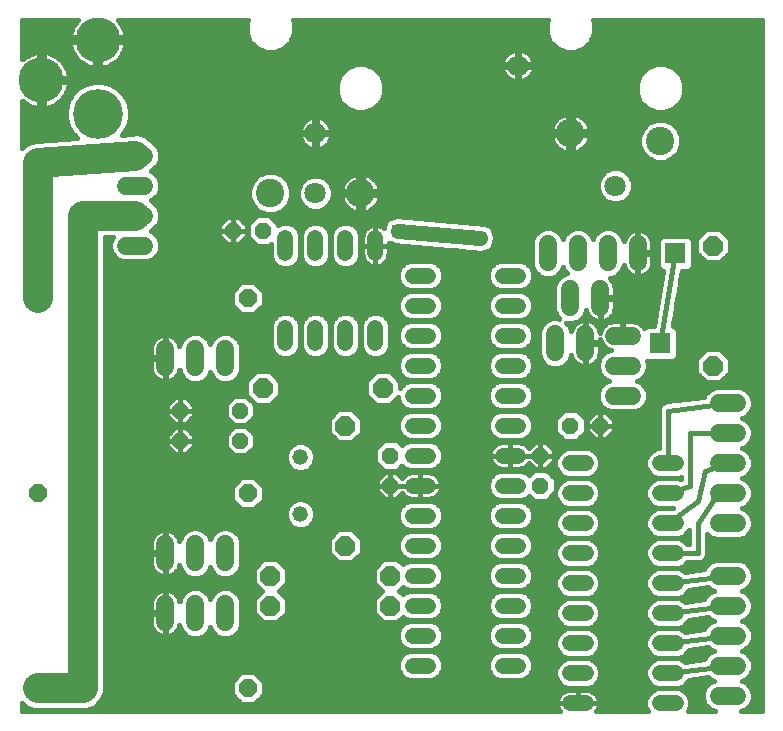
<source format=gbl>
G75*
%MOIN*%
%OFA0B0*%
%FSLAX25Y25*%
%IPPOS*%
%LPD*%
%AMOC8*
5,1,8,0,0,1.08239X$1,22.5*
%
%ADD10C,0.06000*%
%ADD11OC8,0.05600*%
%ADD12OC8,0.05200*%
%ADD13C,0.16598*%
%ADD14C,0.15024*%
%ADD15C,0.05200*%
%ADD16C,0.05200*%
%ADD17OC8,0.06600*%
%ADD18OC8,0.06000*%
%ADD19C,0.07087*%
%ADD20C,0.09449*%
%ADD21C,0.01600*%
%ADD22R,0.03962X0.03962*%
%ADD23C,0.05000*%
%ADD24C,0.10000*%
%ADD25R,0.07087X0.07087*%
D10*
X0054300Y0036300D02*
X0054300Y0042300D01*
X0064300Y0042300D02*
X0064300Y0036300D01*
X0074300Y0036300D02*
X0074300Y0042300D01*
X0074300Y0056300D02*
X0074300Y0062300D01*
X0064300Y0062300D02*
X0064300Y0056300D01*
X0054300Y0056300D02*
X0054300Y0062300D01*
X0054300Y0121300D02*
X0054300Y0127300D01*
X0064300Y0127300D02*
X0064300Y0121300D01*
X0074300Y0121300D02*
X0074300Y0127300D01*
X0047300Y0161800D02*
X0041300Y0161800D01*
X0041300Y0171800D02*
X0047300Y0171800D01*
X0047300Y0181800D02*
X0041300Y0181800D01*
X0041300Y0191800D02*
X0047300Y0191800D01*
X0181800Y0162300D02*
X0181800Y0156300D01*
X0191800Y0156300D02*
X0191800Y0162300D01*
X0201800Y0162300D02*
X0201800Y0156300D01*
X0199300Y0147300D02*
X0199300Y0141300D01*
X0189300Y0141300D02*
X0189300Y0147300D01*
X0184300Y0132300D02*
X0184300Y0126300D01*
X0194300Y0126300D02*
X0194300Y0132300D01*
X0203800Y0131800D02*
X0209800Y0131800D01*
X0209800Y0121800D02*
X0203800Y0121800D01*
X0203800Y0111800D02*
X0209800Y0111800D01*
X0238800Y0109300D02*
X0244800Y0109300D01*
X0244800Y0099300D02*
X0238800Y0099300D01*
X0238800Y0089300D02*
X0244800Y0089300D01*
X0244800Y0079300D02*
X0238800Y0079300D01*
X0238800Y0069300D02*
X0244800Y0069300D01*
X0244800Y0051800D02*
X0238800Y0051800D01*
X0238800Y0041800D02*
X0244800Y0041800D01*
X0244800Y0031800D02*
X0238800Y0031800D01*
X0238800Y0021800D02*
X0244800Y0021800D01*
X0244800Y0011800D02*
X0238800Y0011800D01*
X0211800Y0156300D02*
X0211800Y0162300D01*
D11*
X0199300Y0101800D03*
X0189300Y0101800D03*
X0179300Y0091800D03*
X0179300Y0081800D03*
X0129300Y0081800D03*
X0129300Y0091800D03*
X0086800Y0166800D03*
X0076800Y0166800D03*
D12*
X0079300Y0106800D03*
X0079300Y0096800D03*
X0059300Y0096800D03*
X0059300Y0106800D03*
D13*
X0031800Y0205757D03*
D14*
X0012902Y0216977D03*
X0031800Y0230363D03*
D15*
X0094300Y0164400D02*
X0094300Y0159200D01*
X0104300Y0159200D02*
X0104300Y0164400D01*
X0114300Y0164400D02*
X0114300Y0159200D01*
X0124300Y0159200D02*
X0124300Y0164400D01*
X0136700Y0151800D02*
X0141900Y0151800D01*
X0141900Y0141800D02*
X0136700Y0141800D01*
X0136700Y0131800D02*
X0141900Y0131800D01*
X0141900Y0121800D02*
X0136700Y0121800D01*
X0136700Y0111800D02*
X0141900Y0111800D01*
X0141900Y0101800D02*
X0136700Y0101800D01*
X0136700Y0091800D02*
X0141900Y0091800D01*
X0141900Y0081800D02*
X0136700Y0081800D01*
X0136700Y0071800D02*
X0141900Y0071800D01*
X0141900Y0061800D02*
X0136700Y0061800D01*
X0136700Y0051800D02*
X0141900Y0051800D01*
X0141900Y0041800D02*
X0136700Y0041800D01*
X0136700Y0031800D02*
X0141900Y0031800D01*
X0141900Y0021800D02*
X0136700Y0021800D01*
X0166700Y0021800D02*
X0171900Y0021800D01*
X0171900Y0031800D02*
X0166700Y0031800D01*
X0166700Y0041800D02*
X0171900Y0041800D01*
X0171900Y0051800D02*
X0166700Y0051800D01*
X0166700Y0061800D02*
X0171900Y0061800D01*
X0171900Y0071800D02*
X0166700Y0071800D01*
X0166700Y0081800D02*
X0171900Y0081800D01*
X0171900Y0091800D02*
X0166700Y0091800D01*
X0166700Y0101800D02*
X0171900Y0101800D01*
X0171900Y0111800D02*
X0166700Y0111800D01*
X0166700Y0121800D02*
X0171900Y0121800D01*
X0171900Y0131800D02*
X0166700Y0131800D01*
X0166700Y0141800D02*
X0171900Y0141800D01*
X0171900Y0151800D02*
X0166700Y0151800D01*
X0124300Y0134400D02*
X0124300Y0129200D01*
X0114300Y0129200D02*
X0114300Y0134400D01*
X0104300Y0134400D02*
X0104300Y0129200D01*
X0094300Y0129200D02*
X0094300Y0134400D01*
X0189200Y0089300D02*
X0194400Y0089300D01*
X0194400Y0079300D02*
X0189200Y0079300D01*
X0189200Y0069300D02*
X0194400Y0069300D01*
X0194400Y0059300D02*
X0189200Y0059300D01*
X0189200Y0049300D02*
X0194400Y0049300D01*
X0194400Y0039300D02*
X0189200Y0039300D01*
X0189200Y0029300D02*
X0194400Y0029300D01*
X0194400Y0019300D02*
X0189200Y0019300D01*
X0189200Y0009300D02*
X0194400Y0009300D01*
X0219200Y0009300D02*
X0224400Y0009300D01*
X0224400Y0019300D02*
X0219200Y0019300D01*
X0219200Y0029300D02*
X0224400Y0029300D01*
X0224400Y0039300D02*
X0219200Y0039300D01*
X0219200Y0049300D02*
X0224400Y0049300D01*
X0224400Y0059300D02*
X0219200Y0059300D01*
X0219200Y0069300D02*
X0224400Y0069300D01*
X0224400Y0079300D02*
X0219200Y0079300D01*
X0219200Y0089300D02*
X0224400Y0089300D01*
D16*
X0099300Y0091300D03*
X0099300Y0072300D03*
D17*
X0114300Y0061800D03*
X0129300Y0051800D03*
X0129300Y0041800D03*
X0089300Y0041800D03*
X0089300Y0051800D03*
X0114300Y0101800D03*
X0126800Y0114300D03*
X0086800Y0114300D03*
X0236800Y0121800D03*
X0236800Y0161800D03*
D18*
X0081800Y0144300D03*
X0081800Y0079300D03*
X0081800Y0014300D03*
X0011800Y0014300D03*
X0011800Y0079300D03*
X0011800Y0144300D03*
D19*
X0104300Y0179300D03*
X0104300Y0199300D03*
X0171820Y0221820D03*
X0204300Y0181780D03*
D20*
X0219300Y0196800D03*
X0189300Y0199300D03*
X0119300Y0179300D03*
X0089300Y0179300D03*
D21*
X0006600Y0009176D02*
X0006600Y0006600D01*
X0185723Y0006600D01*
X0185437Y0006994D01*
X0185122Y0007611D01*
X0184908Y0008270D01*
X0184800Y0008954D01*
X0184800Y0009300D01*
X0191800Y0009300D01*
X0191800Y0009300D01*
X0191800Y0013700D01*
X0194746Y0013700D01*
X0195430Y0013592D01*
X0196089Y0013378D01*
X0196706Y0013063D01*
X0197266Y0012656D01*
X0197756Y0012166D01*
X0198163Y0011606D01*
X0198478Y0010989D01*
X0198692Y0010330D01*
X0198800Y0009646D01*
X0198800Y0009300D01*
X0191800Y0009300D01*
X0191800Y0009300D01*
X0191800Y0009300D01*
X0191800Y0013700D01*
X0188854Y0013700D01*
X0188170Y0013592D01*
X0187511Y0013378D01*
X0186894Y0013063D01*
X0186334Y0012656D01*
X0185844Y0012166D01*
X0185437Y0011606D01*
X0185122Y0010989D01*
X0184908Y0010330D01*
X0184800Y0009646D01*
X0184800Y0009300D01*
X0191800Y0009300D01*
X0198800Y0009300D01*
X0198800Y0008954D01*
X0198692Y0008270D01*
X0198478Y0007611D01*
X0198163Y0006994D01*
X0197877Y0006600D01*
X0215015Y0006600D01*
X0214300Y0008325D01*
X0214300Y0010275D01*
X0215046Y0012076D01*
X0216424Y0013454D01*
X0218225Y0014200D01*
X0225375Y0014200D01*
X0227176Y0013454D01*
X0228554Y0012076D01*
X0229300Y0010275D01*
X0229300Y0008325D01*
X0228585Y0006600D01*
X0237504Y0006600D01*
X0235798Y0007307D01*
X0234307Y0008798D01*
X0233500Y0010746D01*
X0233500Y0012854D01*
X0234307Y0014802D01*
X0235798Y0016293D01*
X0237022Y0016800D01*
X0235798Y0017307D01*
X0235248Y0017857D01*
X0228771Y0017047D01*
X0228554Y0016524D01*
X0227176Y0015146D01*
X0225375Y0014400D01*
X0218225Y0014400D01*
X0216424Y0015146D01*
X0215046Y0016524D01*
X0214300Y0018325D01*
X0214300Y0020275D01*
X0215046Y0022076D01*
X0216424Y0023454D01*
X0218225Y0024200D01*
X0225375Y0024200D01*
X0227176Y0023454D01*
X0227494Y0023136D01*
X0233951Y0023943D01*
X0234307Y0024802D01*
X0235798Y0026293D01*
X0237022Y0026800D01*
X0235798Y0027307D01*
X0235248Y0027857D01*
X0228771Y0027047D01*
X0228554Y0026524D01*
X0227176Y0025146D01*
X0225375Y0024400D01*
X0218225Y0024400D01*
X0216424Y0025146D01*
X0215046Y0026524D01*
X0214300Y0028325D01*
X0214300Y0030275D01*
X0215046Y0032076D01*
X0216424Y0033454D01*
X0218225Y0034200D01*
X0225375Y0034200D01*
X0227176Y0033454D01*
X0227494Y0033136D01*
X0233951Y0033943D01*
X0234307Y0034802D01*
X0235798Y0036293D01*
X0237022Y0036800D01*
X0235798Y0037307D01*
X0235248Y0037857D01*
X0228771Y0037047D01*
X0228554Y0036524D01*
X0227176Y0035146D01*
X0225375Y0034400D01*
X0218225Y0034400D01*
X0216424Y0035146D01*
X0215046Y0036524D01*
X0214300Y0038325D01*
X0214300Y0040275D01*
X0215046Y0042076D01*
X0216424Y0043454D01*
X0218225Y0044200D01*
X0225375Y0044200D01*
X0227176Y0043454D01*
X0227494Y0043136D01*
X0233951Y0043943D01*
X0234307Y0044802D01*
X0235798Y0046293D01*
X0237022Y0046800D01*
X0235798Y0047307D01*
X0235248Y0047857D01*
X0228771Y0047047D01*
X0228554Y0046524D01*
X0227176Y0045146D01*
X0225375Y0044400D01*
X0218225Y0044400D01*
X0216424Y0045146D01*
X0215046Y0046524D01*
X0214300Y0048325D01*
X0214300Y0050275D01*
X0215046Y0052076D01*
X0216424Y0053454D01*
X0218225Y0054200D01*
X0225375Y0054200D01*
X0227176Y0053454D01*
X0227494Y0053136D01*
X0233951Y0053943D01*
X0234307Y0054802D01*
X0235798Y0056293D01*
X0237746Y0057100D01*
X0245854Y0057100D01*
X0247802Y0056293D01*
X0249293Y0054802D01*
X0250100Y0052854D01*
X0250100Y0050746D01*
X0249293Y0048798D01*
X0247802Y0047307D01*
X0246578Y0046800D01*
X0247802Y0046293D01*
X0249293Y0044802D01*
X0250100Y0042854D01*
X0250100Y0040746D01*
X0249293Y0038798D01*
X0247802Y0037307D01*
X0246578Y0036800D01*
X0247802Y0036293D01*
X0249293Y0034802D01*
X0250100Y0032854D01*
X0250100Y0030746D01*
X0249293Y0028798D01*
X0247802Y0027307D01*
X0246578Y0026800D01*
X0247802Y0026293D01*
X0249293Y0024802D01*
X0250100Y0022854D01*
X0250100Y0020746D01*
X0249293Y0018798D01*
X0247802Y0017307D01*
X0246578Y0016800D01*
X0247802Y0016293D01*
X0249293Y0014802D01*
X0250100Y0012854D01*
X0250100Y0010746D01*
X0249293Y0008798D01*
X0247802Y0007307D01*
X0246096Y0006600D01*
X0253201Y0006600D01*
X0253201Y0236961D01*
X0196803Y0236961D01*
X0197250Y0235881D01*
X0197250Y0232719D01*
X0196039Y0229797D01*
X0193803Y0227561D01*
X0190881Y0226350D01*
X0187719Y0226350D01*
X0184797Y0227561D01*
X0182561Y0229797D01*
X0181350Y0232719D01*
X0181350Y0235881D01*
X0181797Y0236961D01*
X0096802Y0236961D01*
X0097250Y0235881D01*
X0097250Y0232719D01*
X0096039Y0229797D01*
X0093803Y0227561D01*
X0090881Y0226350D01*
X0087719Y0226350D01*
X0084797Y0227561D01*
X0082561Y0229797D01*
X0081350Y0232719D01*
X0081350Y0235881D01*
X0081797Y0236961D01*
X0038371Y0236961D01*
X0038754Y0236578D01*
X0039406Y0235760D01*
X0039963Y0234874D01*
X0040417Y0233932D01*
X0040762Y0232945D01*
X0040995Y0231925D01*
X0041081Y0231163D01*
X0032600Y0231163D01*
X0032600Y0229563D01*
X0041081Y0229563D01*
X0040995Y0228801D01*
X0040762Y0227781D01*
X0040417Y0226794D01*
X0039963Y0225852D01*
X0039406Y0224966D01*
X0038754Y0224148D01*
X0038015Y0223409D01*
X0037197Y0222757D01*
X0036311Y0222200D01*
X0035369Y0221746D01*
X0034382Y0221401D01*
X0033362Y0221168D01*
X0032600Y0221082D01*
X0032600Y0229563D01*
X0031000Y0229563D01*
X0022519Y0229563D01*
X0022605Y0228801D01*
X0022838Y0227781D01*
X0023183Y0226794D01*
X0023637Y0225852D01*
X0024194Y0224966D01*
X0024846Y0224148D01*
X0025585Y0223409D01*
X0026403Y0222757D01*
X0027289Y0222200D01*
X0028231Y0221746D01*
X0029218Y0221401D01*
X0030238Y0221168D01*
X0031000Y0221082D01*
X0031000Y0229563D01*
X0031000Y0231163D01*
X0022519Y0231163D01*
X0022605Y0231925D01*
X0022838Y0232945D01*
X0023183Y0233932D01*
X0023637Y0234874D01*
X0024194Y0235760D01*
X0024846Y0236578D01*
X0025229Y0236961D01*
X0006600Y0236961D01*
X0006600Y0223844D01*
X0006688Y0223931D01*
X0007505Y0224583D01*
X0008391Y0225140D01*
X0009333Y0225594D01*
X0010320Y0225939D01*
X0011340Y0226172D01*
X0012102Y0226258D01*
X0012102Y0217777D01*
X0013702Y0217777D01*
X0013702Y0226258D01*
X0014465Y0226172D01*
X0015484Y0225939D01*
X0016471Y0225594D01*
X0017414Y0225140D01*
X0018299Y0224583D01*
X0019117Y0223931D01*
X0019857Y0223192D01*
X0020509Y0222374D01*
X0021065Y0221489D01*
X0021519Y0220546D01*
X0021864Y0219559D01*
X0022097Y0218539D01*
X0022183Y0217777D01*
X0013702Y0217777D01*
X0013702Y0216177D01*
X0013702Y0207697D01*
X0014465Y0207782D01*
X0015484Y0208015D01*
X0016471Y0208361D01*
X0017414Y0208814D01*
X0018299Y0209371D01*
X0019117Y0210023D01*
X0019857Y0210762D01*
X0020509Y0211580D01*
X0021065Y0212466D01*
X0021519Y0213408D01*
X0021864Y0214395D01*
X0022097Y0215415D01*
X0022183Y0216177D01*
X0013702Y0216177D01*
X0012102Y0216177D01*
X0012102Y0207697D01*
X0011340Y0207782D01*
X0010320Y0208015D01*
X0009333Y0208361D01*
X0008391Y0208814D01*
X0007505Y0209371D01*
X0006688Y0210023D01*
X0006600Y0210111D01*
X0006600Y0194450D01*
X0007202Y0195153D01*
X0007460Y0195284D01*
X0007665Y0195489D01*
X0008747Y0195937D01*
X0009792Y0196467D01*
X0010081Y0196489D01*
X0010348Y0196600D01*
X0011520Y0196600D01*
X0024935Y0197632D01*
X0023319Y0199249D01*
X0021923Y0201666D01*
X0021201Y0204361D01*
X0021201Y0207152D01*
X0021923Y0209848D01*
X0023319Y0212265D01*
X0025292Y0214238D01*
X0027709Y0215634D01*
X0030405Y0216356D01*
X0033195Y0216356D01*
X0035891Y0215634D01*
X0038308Y0214238D01*
X0040281Y0212265D01*
X0041677Y0209848D01*
X0042399Y0207152D01*
X0042399Y0204361D01*
X0041677Y0201666D01*
X0040281Y0199249D01*
X0039809Y0198776D01*
X0045188Y0199190D01*
X0047948Y0198288D01*
X0050153Y0196398D01*
X0050181Y0196343D01*
X0050302Y0196293D01*
X0051793Y0194802D01*
X0052600Y0192854D01*
X0052600Y0190746D01*
X0051793Y0188798D01*
X0050302Y0187307D01*
X0049932Y0187154D01*
X0049485Y0186632D01*
X0050302Y0186293D01*
X0051793Y0184802D01*
X0052600Y0182854D01*
X0052600Y0180746D01*
X0051793Y0178798D01*
X0050302Y0177307D01*
X0049464Y0176960D01*
X0050009Y0176414D01*
X0050302Y0176293D01*
X0051793Y0174802D01*
X0052600Y0172854D01*
X0052600Y0170746D01*
X0051793Y0168798D01*
X0050302Y0167307D01*
X0050009Y0167186D01*
X0049464Y0166640D01*
X0050302Y0166293D01*
X0051793Y0164802D01*
X0052600Y0162854D01*
X0052600Y0160746D01*
X0051793Y0158798D01*
X0050302Y0157307D01*
X0048354Y0156500D01*
X0040246Y0156500D01*
X0038298Y0157307D01*
X0036807Y0158798D01*
X0036000Y0160746D01*
X0036000Y0162854D01*
X0036682Y0164500D01*
X0034100Y0164500D01*
X0034100Y0012848D01*
X0032989Y0010165D01*
X0030935Y0008111D01*
X0028252Y0007000D01*
X0010348Y0007000D01*
X0007665Y0008111D01*
X0006600Y0009176D01*
X0006600Y0008324D02*
X0007452Y0008324D01*
X0006600Y0006726D02*
X0185632Y0006726D01*
X0184900Y0008324D02*
X0031148Y0008324D01*
X0032746Y0009923D02*
X0078682Y0009923D01*
X0079605Y0009000D02*
X0083995Y0009000D01*
X0087100Y0012105D01*
X0087100Y0016495D01*
X0083995Y0019600D01*
X0079605Y0019600D01*
X0076500Y0016495D01*
X0076500Y0012105D01*
X0079605Y0009000D01*
X0077084Y0011521D02*
X0033550Y0011521D01*
X0034100Y0013120D02*
X0076500Y0013120D01*
X0076500Y0014718D02*
X0034100Y0014718D01*
X0034100Y0016317D02*
X0076500Y0016317D01*
X0077920Y0017915D02*
X0034100Y0017915D01*
X0034100Y0019514D02*
X0079518Y0019514D01*
X0084082Y0019514D02*
X0132343Y0019514D01*
X0132546Y0019024D02*
X0133924Y0017646D01*
X0135725Y0016900D01*
X0142875Y0016900D01*
X0144676Y0017646D01*
X0146054Y0019024D01*
X0146800Y0020825D01*
X0146800Y0022775D01*
X0146054Y0024576D01*
X0144676Y0025954D01*
X0142875Y0026700D01*
X0135725Y0026700D01*
X0133924Y0025954D01*
X0132546Y0024576D01*
X0131800Y0022775D01*
X0131800Y0020825D01*
X0132546Y0019024D01*
X0133655Y0017915D02*
X0085680Y0017915D01*
X0087100Y0016317D02*
X0185254Y0016317D01*
X0185046Y0016524D02*
X0186424Y0015146D01*
X0188225Y0014400D01*
X0195375Y0014400D01*
X0197176Y0015146D01*
X0198554Y0016524D01*
X0199300Y0018325D01*
X0199300Y0020275D01*
X0198554Y0022076D01*
X0197176Y0023454D01*
X0195375Y0024200D01*
X0188225Y0024200D01*
X0186424Y0023454D01*
X0185046Y0022076D01*
X0184300Y0020275D01*
X0184300Y0018325D01*
X0185046Y0016524D01*
X0184470Y0017915D02*
X0174945Y0017915D01*
X0174676Y0017646D02*
X0176054Y0019024D01*
X0176800Y0020825D01*
X0176800Y0022775D01*
X0176054Y0024576D01*
X0174676Y0025954D01*
X0172875Y0026700D01*
X0165725Y0026700D01*
X0163924Y0025954D01*
X0162546Y0024576D01*
X0161800Y0022775D01*
X0161800Y0020825D01*
X0162546Y0019024D01*
X0163924Y0017646D01*
X0165725Y0016900D01*
X0172875Y0016900D01*
X0174676Y0017646D01*
X0176257Y0019514D02*
X0184300Y0019514D01*
X0184647Y0021112D02*
X0176800Y0021112D01*
X0176800Y0022711D02*
X0185681Y0022711D01*
X0186424Y0025146D02*
X0188225Y0024400D01*
X0195375Y0024400D01*
X0197176Y0025146D01*
X0198554Y0026524D01*
X0199300Y0028325D01*
X0199300Y0030275D01*
X0198554Y0032076D01*
X0197176Y0033454D01*
X0195375Y0034200D01*
X0188225Y0034200D01*
X0186424Y0033454D01*
X0185046Y0032076D01*
X0184300Y0030275D01*
X0184300Y0028325D01*
X0185046Y0026524D01*
X0186424Y0025146D01*
X0185663Y0025908D02*
X0174722Y0025908D01*
X0174338Y0027506D02*
X0184639Y0027506D01*
X0184300Y0029105D02*
X0176087Y0029105D01*
X0176054Y0029024D02*
X0176800Y0030825D01*
X0176800Y0032775D01*
X0176054Y0034576D01*
X0174676Y0035954D01*
X0172875Y0036700D01*
X0165725Y0036700D01*
X0163924Y0035954D01*
X0162546Y0034576D01*
X0161800Y0032775D01*
X0161800Y0030825D01*
X0162546Y0029024D01*
X0163924Y0027646D01*
X0165725Y0026900D01*
X0172875Y0026900D01*
X0174676Y0027646D01*
X0176054Y0029024D01*
X0176749Y0030703D02*
X0184478Y0030703D01*
X0185272Y0032302D02*
X0176800Y0032302D01*
X0176334Y0033900D02*
X0187502Y0033900D01*
X0188225Y0034400D02*
X0195375Y0034400D01*
X0197176Y0035146D01*
X0198554Y0036524D01*
X0199300Y0038325D01*
X0199300Y0040275D01*
X0198554Y0042076D01*
X0197176Y0043454D01*
X0195375Y0044200D01*
X0188225Y0044200D01*
X0186424Y0043454D01*
X0185046Y0042076D01*
X0184300Y0040275D01*
X0184300Y0038325D01*
X0185046Y0036524D01*
X0186424Y0035146D01*
X0188225Y0034400D01*
X0186072Y0035499D02*
X0175131Y0035499D01*
X0174676Y0037646D02*
X0172875Y0036900D01*
X0165725Y0036900D01*
X0163924Y0037646D01*
X0162546Y0039024D01*
X0161800Y0040825D01*
X0161800Y0042775D01*
X0162546Y0044576D01*
X0163924Y0045954D01*
X0165725Y0046700D01*
X0172875Y0046700D01*
X0174676Y0045954D01*
X0176054Y0044576D01*
X0176800Y0042775D01*
X0176800Y0040825D01*
X0176054Y0039024D01*
X0174676Y0037646D01*
X0173351Y0037097D02*
X0184809Y0037097D01*
X0184300Y0038696D02*
X0175725Y0038696D01*
X0176580Y0040294D02*
X0184308Y0040294D01*
X0184970Y0041893D02*
X0176800Y0041893D01*
X0176503Y0043491D02*
X0186514Y0043491D01*
X0186560Y0045090D02*
X0175540Y0045090D01*
X0174676Y0047646D02*
X0176054Y0049024D01*
X0176800Y0050825D01*
X0176800Y0052775D01*
X0176054Y0054576D01*
X0174676Y0055954D01*
X0172875Y0056700D01*
X0165725Y0056700D01*
X0163924Y0055954D01*
X0162546Y0054576D01*
X0161800Y0052775D01*
X0161800Y0050825D01*
X0162546Y0049024D01*
X0163924Y0047646D01*
X0165725Y0046900D01*
X0172875Y0046900D01*
X0174676Y0047646D01*
X0175316Y0048287D02*
X0184316Y0048287D01*
X0184300Y0048325D02*
X0185046Y0046524D01*
X0186424Y0045146D01*
X0188225Y0044400D01*
X0195375Y0044400D01*
X0197176Y0045146D01*
X0198554Y0046524D01*
X0199300Y0048325D01*
X0199300Y0050275D01*
X0198554Y0052076D01*
X0197176Y0053454D01*
X0195375Y0054200D01*
X0188225Y0054200D01*
X0186424Y0053454D01*
X0185046Y0052076D01*
X0184300Y0050275D01*
X0184300Y0048325D01*
X0184300Y0049885D02*
X0176411Y0049885D01*
X0176800Y0051484D02*
X0184801Y0051484D01*
X0186053Y0053082D02*
X0176673Y0053082D01*
X0175949Y0054681D02*
X0187547Y0054681D01*
X0188225Y0054400D02*
X0195375Y0054400D01*
X0197176Y0055146D01*
X0198554Y0056524D01*
X0199300Y0058325D01*
X0199300Y0060275D01*
X0198554Y0062076D01*
X0197176Y0063454D01*
X0195375Y0064200D01*
X0188225Y0064200D01*
X0186424Y0063454D01*
X0185046Y0062076D01*
X0184300Y0060275D01*
X0184300Y0058325D01*
X0185046Y0056524D01*
X0186424Y0055146D01*
X0188225Y0054400D01*
X0185291Y0056279D02*
X0173890Y0056279D01*
X0172875Y0056900D02*
X0174676Y0057646D01*
X0176054Y0059024D01*
X0176800Y0060825D01*
X0176800Y0062775D01*
X0176054Y0064576D01*
X0174676Y0065954D01*
X0172875Y0066700D01*
X0165725Y0066700D01*
X0163924Y0065954D01*
X0162546Y0064576D01*
X0161800Y0062775D01*
X0161800Y0060825D01*
X0162546Y0059024D01*
X0163924Y0057646D01*
X0165725Y0056900D01*
X0172875Y0056900D01*
X0174908Y0057878D02*
X0184485Y0057878D01*
X0184300Y0059476D02*
X0176241Y0059476D01*
X0176800Y0061075D02*
X0184631Y0061075D01*
X0185644Y0062673D02*
X0176800Y0062673D01*
X0176180Y0064272D02*
X0228700Y0064272D01*
X0228700Y0065870D02*
X0227900Y0065870D01*
X0228554Y0066524D02*
X0227176Y0065146D01*
X0225375Y0064400D01*
X0218225Y0064400D01*
X0216424Y0065146D01*
X0215046Y0066524D01*
X0214300Y0068325D01*
X0214300Y0070275D01*
X0215046Y0072076D01*
X0216424Y0073454D01*
X0218225Y0074200D01*
X0223167Y0074200D01*
X0223433Y0074400D01*
X0218225Y0074400D01*
X0216424Y0075146D01*
X0215046Y0076524D01*
X0214300Y0078325D01*
X0214300Y0080275D01*
X0215046Y0082076D01*
X0216424Y0083454D01*
X0218225Y0084200D01*
X0225375Y0084200D01*
X0225964Y0083956D01*
X0226200Y0084034D01*
X0226200Y0084742D01*
X0225375Y0084400D01*
X0218225Y0084400D01*
X0216424Y0085146D01*
X0215046Y0086524D01*
X0214300Y0088325D01*
X0214300Y0090275D01*
X0215046Y0092076D01*
X0216424Y0093454D01*
X0218225Y0094200D01*
X0218700Y0094200D01*
X0218700Y0106607D01*
X0218647Y0107027D01*
X0218700Y0107218D01*
X0218700Y0107417D01*
X0218862Y0107808D01*
X0218974Y0108216D01*
X0219096Y0108373D01*
X0219172Y0108556D01*
X0219471Y0108856D01*
X0219732Y0109190D01*
X0219904Y0109288D01*
X0220044Y0109428D01*
X0220435Y0109590D01*
X0220804Y0109800D01*
X0221000Y0109824D01*
X0221183Y0109900D01*
X0221607Y0109900D01*
X0233951Y0111443D01*
X0234307Y0112302D01*
X0235798Y0113793D01*
X0237746Y0114600D01*
X0245854Y0114600D01*
X0247802Y0113793D01*
X0249293Y0112302D01*
X0250100Y0110354D01*
X0250100Y0108246D01*
X0249293Y0106298D01*
X0247802Y0104807D01*
X0246578Y0104300D01*
X0247802Y0103793D01*
X0249293Y0102302D01*
X0250100Y0100354D01*
X0250100Y0098246D01*
X0249293Y0096298D01*
X0247802Y0094807D01*
X0246578Y0094300D01*
X0247802Y0093793D01*
X0249293Y0092302D01*
X0250100Y0090354D01*
X0250100Y0088246D01*
X0249293Y0086298D01*
X0247802Y0084807D01*
X0246578Y0084300D01*
X0247802Y0083793D01*
X0249293Y0082302D01*
X0250100Y0080354D01*
X0250100Y0078246D01*
X0249293Y0076298D01*
X0247802Y0074807D01*
X0246578Y0074300D01*
X0247802Y0073793D01*
X0249293Y0072302D01*
X0250100Y0070354D01*
X0250100Y0068246D01*
X0249293Y0066298D01*
X0247802Y0064807D01*
X0245854Y0064000D01*
X0237746Y0064000D01*
X0235798Y0064807D01*
X0234900Y0065705D01*
X0234900Y0058683D01*
X0234428Y0057544D01*
X0233556Y0056672D01*
X0232417Y0056200D01*
X0228230Y0056200D01*
X0227176Y0055146D01*
X0225375Y0054400D01*
X0218225Y0054400D01*
X0216424Y0055146D01*
X0215046Y0056524D01*
X0214300Y0058325D01*
X0214300Y0060275D01*
X0215046Y0062076D01*
X0216424Y0063454D01*
X0218225Y0064200D01*
X0225375Y0064200D01*
X0227176Y0063454D01*
X0228230Y0062400D01*
X0228700Y0062400D01*
X0228700Y0066877D01*
X0228554Y0066524D01*
X0228700Y0062673D02*
X0227956Y0062673D01*
X0231800Y0059300D02*
X0231800Y0069300D01*
X0236800Y0076800D01*
X0236800Y0079300D01*
X0241800Y0079300D01*
X0248141Y0083454D02*
X0253201Y0083454D01*
X0253201Y0081856D02*
X0249478Y0081856D01*
X0250100Y0080257D02*
X0253201Y0080257D01*
X0253201Y0078659D02*
X0250100Y0078659D01*
X0249609Y0077060D02*
X0253201Y0077060D01*
X0253201Y0075462D02*
X0248457Y0075462D01*
X0247633Y0073863D02*
X0253201Y0073863D01*
X0253201Y0072265D02*
X0249309Y0072265D01*
X0249971Y0070666D02*
X0253201Y0070666D01*
X0253201Y0069068D02*
X0250100Y0069068D01*
X0249778Y0067469D02*
X0253201Y0067469D01*
X0253201Y0065870D02*
X0248866Y0065870D01*
X0246511Y0064272D02*
X0253201Y0064272D01*
X0253201Y0062673D02*
X0234900Y0062673D01*
X0234900Y0061075D02*
X0253201Y0061075D01*
X0253201Y0059476D02*
X0234900Y0059476D01*
X0234566Y0057878D02*
X0253201Y0057878D01*
X0253201Y0056279D02*
X0247816Y0056279D01*
X0249343Y0054681D02*
X0253201Y0054681D01*
X0253201Y0053082D02*
X0250005Y0053082D01*
X0250100Y0051484D02*
X0253201Y0051484D01*
X0253201Y0049885D02*
X0249744Y0049885D01*
X0248782Y0048287D02*
X0253201Y0048287D01*
X0253201Y0046688D02*
X0246848Y0046688D01*
X0249005Y0045090D02*
X0253201Y0045090D01*
X0253201Y0043491D02*
X0249836Y0043491D01*
X0250100Y0041893D02*
X0253201Y0041893D01*
X0253201Y0040294D02*
X0249913Y0040294D01*
X0249191Y0038696D02*
X0253201Y0038696D01*
X0253201Y0037097D02*
X0247296Y0037097D01*
X0248597Y0035499D02*
X0253201Y0035499D01*
X0253201Y0033900D02*
X0249667Y0033900D01*
X0250100Y0032302D02*
X0253201Y0032302D01*
X0253201Y0030703D02*
X0250082Y0030703D01*
X0249420Y0029105D02*
X0253201Y0029105D01*
X0253201Y0027506D02*
X0248002Y0027506D01*
X0248188Y0025908D02*
X0253201Y0025908D01*
X0253201Y0024309D02*
X0249497Y0024309D01*
X0250100Y0022711D02*
X0253201Y0022711D01*
X0253201Y0021112D02*
X0250100Y0021112D01*
X0249590Y0019514D02*
X0253201Y0019514D01*
X0253201Y0017915D02*
X0248410Y0017915D01*
X0247745Y0016317D02*
X0253201Y0016317D01*
X0253201Y0014718D02*
X0249328Y0014718D01*
X0249990Y0013120D02*
X0253201Y0013120D01*
X0253201Y0011521D02*
X0250100Y0011521D01*
X0249759Y0009923D02*
X0253201Y0009923D01*
X0253201Y0008324D02*
X0248819Y0008324D01*
X0246399Y0006726D02*
X0253201Y0006726D01*
X0241800Y0021800D02*
X0221800Y0019300D01*
X0226143Y0014718D02*
X0234272Y0014718D01*
X0233610Y0013120D02*
X0227510Y0013120D01*
X0228784Y0011521D02*
X0233500Y0011521D01*
X0233841Y0009923D02*
X0229300Y0009923D01*
X0229299Y0008324D02*
X0234781Y0008324D01*
X0237201Y0006726D02*
X0228637Y0006726D01*
X0228346Y0016317D02*
X0235855Y0016317D01*
X0234103Y0024309D02*
X0176164Y0024309D01*
X0187457Y0014718D02*
X0087100Y0014718D01*
X0087100Y0013120D02*
X0187005Y0013120D01*
X0185393Y0011521D02*
X0086516Y0011521D01*
X0084918Y0009923D02*
X0184844Y0009923D01*
X0191800Y0009923D02*
X0191800Y0009923D01*
X0191800Y0011521D02*
X0191800Y0011521D01*
X0191800Y0013120D02*
X0191800Y0013120D01*
X0196143Y0014718D02*
X0217457Y0014718D01*
X0216090Y0013120D02*
X0196595Y0013120D01*
X0198207Y0011521D02*
X0214816Y0011521D01*
X0214300Y0009923D02*
X0198756Y0009923D01*
X0198700Y0008324D02*
X0214301Y0008324D01*
X0214963Y0006726D02*
X0197968Y0006726D01*
X0198346Y0016317D02*
X0215254Y0016317D01*
X0214470Y0017915D02*
X0199130Y0017915D01*
X0199300Y0019514D02*
X0214300Y0019514D01*
X0214647Y0021112D02*
X0198953Y0021112D01*
X0197919Y0022711D02*
X0215681Y0022711D01*
X0215663Y0025908D02*
X0197937Y0025908D01*
X0198961Y0027506D02*
X0214639Y0027506D01*
X0214300Y0029105D02*
X0199300Y0029105D01*
X0199122Y0030703D02*
X0214478Y0030703D01*
X0215272Y0032302D02*
X0198328Y0032302D01*
X0196098Y0033900D02*
X0217502Y0033900D01*
X0216072Y0035499D02*
X0197528Y0035499D01*
X0198791Y0037097D02*
X0214809Y0037097D01*
X0214300Y0038696D02*
X0199300Y0038696D01*
X0199292Y0040294D02*
X0214308Y0040294D01*
X0214970Y0041893D02*
X0198630Y0041893D01*
X0197086Y0043491D02*
X0216514Y0043491D01*
X0216560Y0045090D02*
X0197040Y0045090D01*
X0198622Y0046688D02*
X0214978Y0046688D01*
X0214316Y0048287D02*
X0199284Y0048287D01*
X0199300Y0049885D02*
X0214300Y0049885D01*
X0214801Y0051484D02*
X0198799Y0051484D01*
X0197547Y0053082D02*
X0216053Y0053082D01*
X0217547Y0054681D02*
X0196053Y0054681D01*
X0198309Y0056279D02*
X0215291Y0056279D01*
X0214485Y0057878D02*
X0199115Y0057878D01*
X0199300Y0059476D02*
X0214300Y0059476D01*
X0214631Y0061075D02*
X0198969Y0061075D01*
X0197956Y0062673D02*
X0215644Y0062673D01*
X0215700Y0065870D02*
X0197900Y0065870D01*
X0198554Y0066524D02*
X0199300Y0068325D01*
X0199300Y0070275D01*
X0198554Y0072076D01*
X0197176Y0073454D01*
X0195375Y0074200D01*
X0188225Y0074200D01*
X0186424Y0073454D01*
X0185046Y0072076D01*
X0184300Y0070275D01*
X0184300Y0068325D01*
X0185046Y0066524D01*
X0186424Y0065146D01*
X0188225Y0064400D01*
X0195375Y0064400D01*
X0197176Y0065146D01*
X0198554Y0066524D01*
X0198945Y0067469D02*
X0214655Y0067469D01*
X0214300Y0069068D02*
X0199300Y0069068D01*
X0199138Y0070666D02*
X0214462Y0070666D01*
X0215235Y0072265D02*
X0198365Y0072265D01*
X0196188Y0073863D02*
X0217412Y0073863D01*
X0216109Y0075462D02*
X0197491Y0075462D01*
X0197176Y0075146D02*
X0198554Y0076524D01*
X0199300Y0078325D01*
X0199300Y0080275D01*
X0198554Y0082076D01*
X0197176Y0083454D01*
X0195375Y0084200D01*
X0188225Y0084200D01*
X0186424Y0083454D01*
X0185046Y0082076D01*
X0184400Y0080516D01*
X0184400Y0083912D01*
X0181412Y0086900D01*
X0177188Y0086900D01*
X0175459Y0085171D01*
X0174676Y0085954D01*
X0172875Y0086700D01*
X0165725Y0086700D01*
X0163924Y0085954D01*
X0162546Y0084576D01*
X0161800Y0082775D01*
X0161800Y0080825D01*
X0162546Y0079024D01*
X0163924Y0077646D01*
X0165725Y0076900D01*
X0172875Y0076900D01*
X0174676Y0077646D01*
X0175459Y0078429D01*
X0177188Y0076700D01*
X0181412Y0076700D01*
X0184300Y0079588D01*
X0184300Y0078325D01*
X0185046Y0076524D01*
X0186424Y0075146D01*
X0188225Y0074400D01*
X0195375Y0074400D01*
X0197176Y0075146D01*
X0198776Y0077060D02*
X0214824Y0077060D01*
X0214300Y0078659D02*
X0199300Y0078659D01*
X0199300Y0080257D02*
X0214300Y0080257D01*
X0214955Y0081856D02*
X0198645Y0081856D01*
X0197175Y0083454D02*
X0216425Y0083454D01*
X0216650Y0085053D02*
X0196950Y0085053D01*
X0197176Y0085146D02*
X0198554Y0086524D01*
X0199300Y0088325D01*
X0199300Y0090275D01*
X0198554Y0092076D01*
X0197176Y0093454D01*
X0195375Y0094200D01*
X0188225Y0094200D01*
X0186424Y0093454D01*
X0185046Y0092076D01*
X0184300Y0090275D01*
X0184300Y0088325D01*
X0185046Y0086524D01*
X0186424Y0085146D01*
X0188225Y0084400D01*
X0195375Y0084400D01*
X0197176Y0085146D01*
X0198607Y0086651D02*
X0214993Y0086651D01*
X0214331Y0088250D02*
X0199269Y0088250D01*
X0199300Y0089848D02*
X0214300Y0089848D01*
X0214785Y0091447D02*
X0198815Y0091447D01*
X0197584Y0093045D02*
X0216016Y0093045D01*
X0218700Y0094644D02*
X0182962Y0094644D01*
X0183900Y0093705D02*
X0181205Y0096400D01*
X0179300Y0096400D01*
X0179300Y0091800D01*
X0179300Y0091800D01*
X0183900Y0091800D01*
X0183900Y0093705D01*
X0183900Y0093045D02*
X0186016Y0093045D01*
X0184785Y0091447D02*
X0183900Y0091447D01*
X0183900Y0091800D02*
X0183900Y0089895D01*
X0181205Y0087200D01*
X0179300Y0087200D01*
X0179300Y0091800D01*
X0179300Y0091800D01*
X0179300Y0096400D01*
X0177395Y0096400D01*
X0175427Y0094432D01*
X0175256Y0094666D01*
X0174766Y0095156D01*
X0174206Y0095563D01*
X0173589Y0095878D01*
X0172930Y0096092D01*
X0172246Y0096200D01*
X0169300Y0096200D01*
X0169300Y0091800D01*
X0169300Y0091800D01*
X0176300Y0091800D01*
X0179300Y0091800D01*
X0183900Y0091800D01*
X0183854Y0089848D02*
X0184300Y0089848D01*
X0184331Y0088250D02*
X0182255Y0088250D01*
X0181661Y0086651D02*
X0184993Y0086651D01*
X0186650Y0085053D02*
X0183260Y0085053D01*
X0184400Y0083454D02*
X0186425Y0083454D01*
X0184955Y0081856D02*
X0184400Y0081856D01*
X0184300Y0078659D02*
X0183371Y0078659D01*
X0184824Y0077060D02*
X0181773Y0077060D01*
X0186109Y0075462D02*
X0175168Y0075462D01*
X0174676Y0075954D02*
X0172875Y0076700D01*
X0165725Y0076700D01*
X0163924Y0075954D01*
X0162546Y0074576D01*
X0161800Y0072775D01*
X0161800Y0070825D01*
X0162546Y0069024D01*
X0163924Y0067646D01*
X0165725Y0066900D01*
X0172875Y0066900D01*
X0174676Y0067646D01*
X0176054Y0069024D01*
X0176800Y0070825D01*
X0176800Y0072775D01*
X0176054Y0074576D01*
X0174676Y0075954D01*
X0173261Y0077060D02*
X0176827Y0077060D01*
X0176349Y0073863D02*
X0187412Y0073863D01*
X0185235Y0072265D02*
X0176800Y0072265D01*
X0176734Y0070666D02*
X0184462Y0070666D01*
X0184300Y0069068D02*
X0176072Y0069068D01*
X0174248Y0067469D02*
X0184655Y0067469D01*
X0185700Y0065870D02*
X0174759Y0065870D01*
X0164352Y0067469D02*
X0144248Y0067469D01*
X0144676Y0067646D02*
X0146054Y0069024D01*
X0146800Y0070825D01*
X0146800Y0072775D01*
X0146054Y0074576D01*
X0144676Y0075954D01*
X0142875Y0076700D01*
X0135725Y0076700D01*
X0133924Y0075954D01*
X0132546Y0074576D01*
X0131800Y0072775D01*
X0131800Y0070825D01*
X0132546Y0069024D01*
X0133924Y0067646D01*
X0135725Y0066900D01*
X0142875Y0066900D01*
X0144676Y0067646D01*
X0144676Y0065954D02*
X0142875Y0066700D01*
X0135725Y0066700D01*
X0133924Y0065954D01*
X0132546Y0064576D01*
X0131800Y0062775D01*
X0131800Y0060825D01*
X0132546Y0059024D01*
X0133924Y0057646D01*
X0135725Y0056900D01*
X0142875Y0056900D01*
X0144676Y0057646D01*
X0146054Y0059024D01*
X0146800Y0060825D01*
X0146800Y0062775D01*
X0146054Y0064576D01*
X0144676Y0065954D01*
X0144759Y0065870D02*
X0163841Y0065870D01*
X0162420Y0064272D02*
X0146180Y0064272D01*
X0146800Y0062673D02*
X0161800Y0062673D01*
X0161800Y0061075D02*
X0146800Y0061075D01*
X0146241Y0059476D02*
X0162359Y0059476D01*
X0163692Y0057878D02*
X0144908Y0057878D01*
X0143890Y0056279D02*
X0164710Y0056279D01*
X0162651Y0054681D02*
X0145949Y0054681D01*
X0146054Y0054576D02*
X0144676Y0055954D01*
X0142875Y0056700D01*
X0135725Y0056700D01*
X0133924Y0055954D01*
X0133495Y0055525D01*
X0131620Y0057400D01*
X0126980Y0057400D01*
X0123700Y0054120D01*
X0123700Y0049480D01*
X0126380Y0046800D01*
X0123700Y0044120D01*
X0123700Y0039480D01*
X0126980Y0036200D01*
X0131620Y0036200D01*
X0133495Y0038075D01*
X0133924Y0037646D01*
X0135725Y0036900D01*
X0142875Y0036900D01*
X0144676Y0037646D01*
X0146054Y0039024D01*
X0146800Y0040825D01*
X0146800Y0042775D01*
X0146054Y0044576D01*
X0144676Y0045954D01*
X0142875Y0046700D01*
X0135725Y0046700D01*
X0133924Y0045954D01*
X0133495Y0045525D01*
X0132220Y0046800D01*
X0133495Y0048075D01*
X0133924Y0047646D01*
X0135725Y0046900D01*
X0142875Y0046900D01*
X0144676Y0047646D01*
X0146054Y0049024D01*
X0146800Y0050825D01*
X0146800Y0052775D01*
X0146054Y0054576D01*
X0146673Y0053082D02*
X0161927Y0053082D01*
X0161800Y0051484D02*
X0146800Y0051484D01*
X0146411Y0049885D02*
X0162189Y0049885D01*
X0163283Y0048287D02*
X0145316Y0048287D01*
X0142903Y0046688D02*
X0165697Y0046688D01*
X0163060Y0045090D02*
X0145540Y0045090D01*
X0146503Y0043491D02*
X0162097Y0043491D01*
X0161800Y0041893D02*
X0146800Y0041893D01*
X0146580Y0040294D02*
X0162020Y0040294D01*
X0162875Y0038696D02*
X0145725Y0038696D01*
X0143351Y0037097D02*
X0165249Y0037097D01*
X0163469Y0035499D02*
X0145131Y0035499D01*
X0144676Y0035954D02*
X0146054Y0034576D01*
X0146800Y0032775D01*
X0146800Y0030825D01*
X0146054Y0029024D01*
X0144676Y0027646D01*
X0142875Y0026900D01*
X0135725Y0026900D01*
X0133924Y0027646D01*
X0132546Y0029024D01*
X0131800Y0030825D01*
X0131800Y0032775D01*
X0132546Y0034576D01*
X0133924Y0035954D01*
X0135725Y0036700D01*
X0142875Y0036700D01*
X0144676Y0035954D01*
X0146334Y0033900D02*
X0162266Y0033900D01*
X0161800Y0032302D02*
X0146800Y0032302D01*
X0146749Y0030703D02*
X0161851Y0030703D01*
X0162513Y0029105D02*
X0146087Y0029105D01*
X0144338Y0027506D02*
X0164262Y0027506D01*
X0163878Y0025908D02*
X0144722Y0025908D01*
X0146164Y0024309D02*
X0162436Y0024309D01*
X0161800Y0022711D02*
X0146800Y0022711D01*
X0146800Y0021112D02*
X0161800Y0021112D01*
X0162343Y0019514D02*
X0146257Y0019514D01*
X0144945Y0017915D02*
X0163655Y0017915D01*
X0172903Y0046688D02*
X0184978Y0046688D01*
X0162528Y0069068D02*
X0146072Y0069068D01*
X0146734Y0070666D02*
X0161866Y0070666D01*
X0161800Y0072265D02*
X0146800Y0072265D01*
X0146349Y0073863D02*
X0162251Y0073863D01*
X0163432Y0075462D02*
X0145168Y0075462D01*
X0144206Y0078037D02*
X0144766Y0078444D01*
X0145256Y0078934D01*
X0145663Y0079494D01*
X0145978Y0080111D01*
X0146192Y0080770D01*
X0146300Y0081454D01*
X0146300Y0081800D01*
X0146300Y0082146D01*
X0146192Y0082830D01*
X0145978Y0083489D01*
X0145663Y0084106D01*
X0145256Y0084666D01*
X0144766Y0085156D01*
X0144206Y0085563D01*
X0143589Y0085878D01*
X0142930Y0086092D01*
X0142246Y0086200D01*
X0139300Y0086200D01*
X0139300Y0081800D01*
X0139300Y0081800D01*
X0146300Y0081800D01*
X0139300Y0081800D01*
X0139300Y0081800D01*
X0139300Y0077400D01*
X0142246Y0077400D01*
X0142930Y0077508D01*
X0143589Y0077722D01*
X0144206Y0078037D01*
X0144981Y0078659D02*
X0162912Y0078659D01*
X0162035Y0080257D02*
X0146025Y0080257D01*
X0146300Y0081856D02*
X0161800Y0081856D01*
X0162081Y0083454D02*
X0145989Y0083454D01*
X0144870Y0085053D02*
X0163023Y0085053D01*
X0165607Y0086651D02*
X0100881Y0086651D01*
X0100275Y0086400D02*
X0102076Y0087146D01*
X0103454Y0088524D01*
X0104200Y0090325D01*
X0104200Y0092275D01*
X0103454Y0094076D01*
X0102076Y0095454D01*
X0100275Y0096200D01*
X0098325Y0096200D01*
X0096524Y0095454D01*
X0095146Y0094076D01*
X0094400Y0092275D01*
X0094400Y0090325D01*
X0095146Y0088524D01*
X0096524Y0087146D01*
X0098325Y0086400D01*
X0100275Y0086400D01*
X0097719Y0086651D02*
X0034100Y0086651D01*
X0034100Y0085053D02*
X0126047Y0085053D01*
X0127395Y0086400D02*
X0124700Y0083705D01*
X0124700Y0081800D01*
X0129300Y0081800D01*
X0129300Y0081800D01*
X0129300Y0086400D01*
X0131205Y0086400D01*
X0133173Y0084432D01*
X0133344Y0084666D01*
X0133834Y0085156D01*
X0134394Y0085563D01*
X0135011Y0085878D01*
X0135670Y0086092D01*
X0136354Y0086200D01*
X0139300Y0086200D01*
X0139300Y0081800D01*
X0139300Y0081800D01*
X0139300Y0081800D01*
X0129300Y0081800D01*
X0129300Y0081800D01*
X0129300Y0077200D01*
X0131205Y0077200D01*
X0133173Y0079168D01*
X0133344Y0078934D01*
X0133834Y0078444D01*
X0134394Y0078037D01*
X0135011Y0077722D01*
X0135670Y0077508D01*
X0136354Y0077400D01*
X0139300Y0077400D01*
X0139300Y0081800D01*
X0133900Y0081800D01*
X0129300Y0081800D01*
X0129300Y0081800D01*
X0129300Y0081800D01*
X0129300Y0086400D01*
X0127395Y0086400D01*
X0127188Y0086700D02*
X0131412Y0086700D01*
X0133141Y0088429D01*
X0133924Y0087646D01*
X0135725Y0086900D01*
X0142875Y0086900D01*
X0144676Y0087646D01*
X0146054Y0089024D01*
X0146800Y0090825D01*
X0146800Y0092775D01*
X0146054Y0094576D01*
X0144676Y0095954D01*
X0142875Y0096700D01*
X0135725Y0096700D01*
X0133924Y0095954D01*
X0133141Y0095171D01*
X0131412Y0096900D01*
X0127188Y0096900D01*
X0124200Y0093912D01*
X0124200Y0089688D01*
X0127188Y0086700D01*
X0125638Y0088250D02*
X0103179Y0088250D01*
X0104002Y0089848D02*
X0124200Y0089848D01*
X0124200Y0091447D02*
X0104200Y0091447D01*
X0103881Y0093045D02*
X0124200Y0093045D01*
X0124931Y0094644D02*
X0102886Y0094644D01*
X0108700Y0099480D02*
X0111980Y0096200D01*
X0116620Y0096200D01*
X0119900Y0099480D01*
X0119900Y0104120D01*
X0116620Y0107400D01*
X0111980Y0107400D01*
X0108700Y0104120D01*
X0108700Y0099480D01*
X0108741Y0099439D02*
X0083590Y0099439D01*
X0084200Y0098830D02*
X0081330Y0101700D01*
X0077270Y0101700D01*
X0074400Y0098830D01*
X0074400Y0094770D01*
X0077270Y0091900D01*
X0081330Y0091900D01*
X0084200Y0094770D01*
X0084200Y0098830D01*
X0084200Y0097841D02*
X0110340Y0097841D01*
X0111938Y0096242D02*
X0084200Y0096242D01*
X0084073Y0094644D02*
X0095714Y0094644D01*
X0094719Y0093045D02*
X0082475Y0093045D01*
X0076125Y0093045D02*
X0061768Y0093045D01*
X0061123Y0092400D02*
X0063700Y0094977D01*
X0063700Y0096800D01*
X0063700Y0098623D01*
X0061123Y0101200D01*
X0059300Y0101200D01*
X0059300Y0096800D01*
X0063700Y0096800D01*
X0059300Y0096800D01*
X0059300Y0096800D01*
X0059300Y0096800D01*
X0059300Y0092400D01*
X0061123Y0092400D01*
X0059300Y0092400D02*
X0059300Y0096800D01*
X0059300Y0096800D01*
X0059300Y0096800D01*
X0054900Y0096800D01*
X0054900Y0098623D01*
X0057477Y0101200D01*
X0059300Y0101200D01*
X0059300Y0096800D01*
X0054900Y0096800D01*
X0054900Y0094977D01*
X0057477Y0092400D01*
X0059300Y0092400D01*
X0059300Y0093045D02*
X0059300Y0093045D01*
X0059300Y0094644D02*
X0059300Y0094644D01*
X0059300Y0096242D02*
X0059300Y0096242D01*
X0059300Y0097841D02*
X0059300Y0097841D01*
X0059300Y0099439D02*
X0059300Y0099439D01*
X0059300Y0101038D02*
X0059300Y0101038D01*
X0059300Y0102400D02*
X0061123Y0102400D01*
X0063700Y0104977D01*
X0063700Y0106800D01*
X0063700Y0108623D01*
X0061123Y0111200D01*
X0059300Y0111200D01*
X0059300Y0106800D01*
X0063700Y0106800D01*
X0059300Y0106800D01*
X0059300Y0106800D01*
X0059300Y0106800D01*
X0059300Y0102400D01*
X0059300Y0106800D01*
X0059300Y0106800D01*
X0059300Y0106800D01*
X0054900Y0106800D01*
X0054900Y0108623D01*
X0057477Y0111200D01*
X0059300Y0111200D01*
X0059300Y0106800D01*
X0054900Y0106800D01*
X0054900Y0104977D01*
X0057477Y0102400D01*
X0059300Y0102400D01*
X0059300Y0102636D02*
X0059300Y0102636D01*
X0059300Y0104235D02*
X0059300Y0104235D01*
X0059300Y0105833D02*
X0059300Y0105833D01*
X0059300Y0107432D02*
X0059300Y0107432D01*
X0059300Y0109030D02*
X0059300Y0109030D01*
X0059300Y0110629D02*
X0059300Y0110629D01*
X0061694Y0110629D02*
X0076199Y0110629D01*
X0077270Y0111700D02*
X0074400Y0108830D01*
X0074400Y0104770D01*
X0077270Y0101900D01*
X0081330Y0101900D01*
X0084200Y0104770D01*
X0084200Y0108830D01*
X0081330Y0111700D01*
X0077270Y0111700D01*
X0074601Y0109030D02*
X0063292Y0109030D01*
X0063700Y0107432D02*
X0074400Y0107432D01*
X0074400Y0105833D02*
X0063700Y0105833D01*
X0062957Y0104235D02*
X0074936Y0104235D01*
X0076534Y0102636D02*
X0061359Y0102636D01*
X0061285Y0101038D02*
X0076608Y0101038D01*
X0075010Y0099439D02*
X0062883Y0099439D01*
X0063700Y0097841D02*
X0074400Y0097841D01*
X0074400Y0096242D02*
X0063700Y0096242D01*
X0063366Y0094644D02*
X0074527Y0094644D01*
X0081992Y0101038D02*
X0108700Y0101038D01*
X0108700Y0102636D02*
X0082066Y0102636D01*
X0083664Y0104235D02*
X0108815Y0104235D01*
X0110414Y0105833D02*
X0084200Y0105833D01*
X0084200Y0107432D02*
X0134441Y0107432D01*
X0133924Y0107646D02*
X0135725Y0106900D01*
X0142875Y0106900D01*
X0144676Y0107646D01*
X0146054Y0109024D01*
X0146800Y0110825D01*
X0146800Y0112775D01*
X0146054Y0114576D01*
X0144676Y0115954D01*
X0142875Y0116700D01*
X0135725Y0116700D01*
X0133924Y0115954D01*
X0132546Y0114576D01*
X0132400Y0114223D01*
X0132400Y0116620D01*
X0129120Y0119900D01*
X0124480Y0119900D01*
X0121200Y0116620D01*
X0121200Y0111980D01*
X0124480Y0108700D01*
X0129120Y0108700D01*
X0131800Y0111380D01*
X0131800Y0110825D01*
X0132546Y0109024D01*
X0133924Y0107646D01*
X0133924Y0105954D02*
X0132546Y0104576D01*
X0131800Y0102775D01*
X0131800Y0100825D01*
X0132546Y0099024D01*
X0133924Y0097646D01*
X0135725Y0096900D01*
X0142875Y0096900D01*
X0144676Y0097646D01*
X0146054Y0099024D01*
X0146800Y0100825D01*
X0146800Y0102775D01*
X0146054Y0104576D01*
X0144676Y0105954D01*
X0142875Y0106700D01*
X0135725Y0106700D01*
X0133924Y0105954D01*
X0133804Y0105833D02*
X0118186Y0105833D01*
X0119785Y0104235D02*
X0132405Y0104235D01*
X0131800Y0102636D02*
X0119900Y0102636D01*
X0119900Y0101038D02*
X0131800Y0101038D01*
X0132374Y0099439D02*
X0119859Y0099439D01*
X0118260Y0097841D02*
X0133730Y0097841D01*
X0134620Y0096242D02*
X0132070Y0096242D01*
X0126530Y0096242D02*
X0116662Y0096242D01*
X0124700Y0083454D02*
X0085141Y0083454D01*
X0083995Y0084600D02*
X0079605Y0084600D01*
X0076500Y0081495D01*
X0076500Y0077105D01*
X0079605Y0074000D01*
X0083995Y0074000D01*
X0087100Y0077105D01*
X0087100Y0081495D01*
X0083995Y0084600D01*
X0086740Y0081856D02*
X0124700Y0081856D01*
X0124700Y0081800D02*
X0124700Y0079895D01*
X0127395Y0077200D01*
X0129300Y0077200D01*
X0129300Y0081800D01*
X0124700Y0081800D01*
X0124700Y0080257D02*
X0087100Y0080257D01*
X0087100Y0078659D02*
X0125936Y0078659D01*
X0129300Y0078659D02*
X0129300Y0078659D01*
X0129300Y0080257D02*
X0129300Y0080257D01*
X0129300Y0081856D02*
X0129300Y0081856D01*
X0129300Y0083454D02*
X0129300Y0083454D01*
X0129300Y0085053D02*
X0129300Y0085053D01*
X0132553Y0085053D02*
X0133730Y0085053D01*
X0133321Y0088250D02*
X0132962Y0088250D01*
X0139300Y0085053D02*
X0139300Y0085053D01*
X0139300Y0083454D02*
X0139300Y0083454D01*
X0139300Y0081856D02*
X0139300Y0081856D01*
X0139300Y0080257D02*
X0139300Y0080257D01*
X0139300Y0078659D02*
X0139300Y0078659D01*
X0133619Y0078659D02*
X0132664Y0078659D01*
X0133432Y0075462D02*
X0103068Y0075462D01*
X0103454Y0075076D02*
X0102076Y0076454D01*
X0100275Y0077200D01*
X0098325Y0077200D01*
X0096524Y0076454D01*
X0095146Y0075076D01*
X0094400Y0073275D01*
X0094400Y0071325D01*
X0095146Y0069524D01*
X0096524Y0068146D01*
X0098325Y0067400D01*
X0100275Y0067400D01*
X0102076Y0068146D01*
X0103454Y0069524D01*
X0104200Y0071325D01*
X0104200Y0073275D01*
X0103454Y0075076D01*
X0103956Y0073863D02*
X0132251Y0073863D01*
X0131800Y0072265D02*
X0104200Y0072265D01*
X0103927Y0070666D02*
X0131866Y0070666D01*
X0132528Y0069068D02*
X0102997Y0069068D01*
X0100441Y0067469D02*
X0134352Y0067469D01*
X0133841Y0065870D02*
X0118149Y0065870D01*
X0116620Y0067400D02*
X0111980Y0067400D01*
X0108700Y0064120D01*
X0108700Y0059480D01*
X0111980Y0056200D01*
X0116620Y0056200D01*
X0119900Y0059480D01*
X0119900Y0064120D01*
X0116620Y0067400D01*
X0119748Y0064272D02*
X0132420Y0064272D01*
X0131800Y0062673D02*
X0119900Y0062673D01*
X0119900Y0061075D02*
X0131800Y0061075D01*
X0132359Y0059476D02*
X0119896Y0059476D01*
X0118298Y0057878D02*
X0133692Y0057878D01*
X0132740Y0056279D02*
X0134710Y0056279D01*
X0125860Y0056279D02*
X0116699Y0056279D01*
X0111901Y0056279D02*
X0092740Y0056279D01*
X0091620Y0057400D02*
X0086980Y0057400D01*
X0083700Y0054120D01*
X0083700Y0049480D01*
X0086380Y0046800D01*
X0083700Y0044120D01*
X0083700Y0039480D01*
X0086980Y0036200D01*
X0091620Y0036200D01*
X0094900Y0039480D01*
X0094900Y0044120D01*
X0092220Y0046800D01*
X0094900Y0049480D01*
X0094900Y0054120D01*
X0091620Y0057400D01*
X0094339Y0054681D02*
X0124261Y0054681D01*
X0123700Y0053082D02*
X0094900Y0053082D01*
X0094900Y0051484D02*
X0123700Y0051484D01*
X0123700Y0049885D02*
X0094900Y0049885D01*
X0093706Y0048287D02*
X0124894Y0048287D01*
X0126269Y0046688D02*
X0092331Y0046688D01*
X0093930Y0045090D02*
X0124670Y0045090D01*
X0123700Y0043491D02*
X0094900Y0043491D01*
X0094900Y0041893D02*
X0123700Y0041893D01*
X0123700Y0040294D02*
X0094900Y0040294D01*
X0094115Y0038696D02*
X0124485Y0038696D01*
X0126083Y0037097D02*
X0092517Y0037097D01*
X0086083Y0037097D02*
X0079600Y0037097D01*
X0079600Y0035499D02*
X0133469Y0035499D01*
X0132517Y0037097D02*
X0135249Y0037097D01*
X0132266Y0033900D02*
X0079043Y0033900D01*
X0078793Y0033298D02*
X0079600Y0035246D01*
X0079600Y0043354D01*
X0078793Y0045302D01*
X0077302Y0046793D01*
X0075354Y0047600D01*
X0073246Y0047600D01*
X0071298Y0046793D01*
X0069807Y0045302D01*
X0069300Y0044078D01*
X0068793Y0045302D01*
X0067302Y0046793D01*
X0065354Y0047600D01*
X0063246Y0047600D01*
X0061298Y0046793D01*
X0059807Y0045302D01*
X0059000Y0043354D01*
X0059000Y0043309D01*
X0058982Y0043424D01*
X0058748Y0044143D01*
X0058405Y0044816D01*
X0057961Y0045427D01*
X0057427Y0045961D01*
X0056816Y0046405D01*
X0056143Y0046748D01*
X0055424Y0046982D01*
X0054678Y0047100D01*
X0054500Y0047100D01*
X0054500Y0039500D01*
X0054100Y0039500D01*
X0054100Y0047100D01*
X0053922Y0047100D01*
X0053176Y0046982D01*
X0052457Y0046748D01*
X0051784Y0046405D01*
X0051173Y0045961D01*
X0050639Y0045427D01*
X0050195Y0044816D01*
X0049852Y0044143D01*
X0049618Y0043424D01*
X0049500Y0042678D01*
X0049500Y0039500D01*
X0054100Y0039500D01*
X0054100Y0039100D01*
X0049500Y0039100D01*
X0049500Y0035922D01*
X0049618Y0035176D01*
X0049852Y0034457D01*
X0050195Y0033784D01*
X0050639Y0033173D01*
X0051173Y0032639D01*
X0051784Y0032195D01*
X0052457Y0031852D01*
X0053176Y0031618D01*
X0053922Y0031500D01*
X0054100Y0031500D01*
X0054100Y0039100D01*
X0054500Y0039100D01*
X0054500Y0031500D01*
X0054678Y0031500D01*
X0055424Y0031618D01*
X0056143Y0031852D01*
X0056816Y0032195D01*
X0057427Y0032639D01*
X0057961Y0033173D01*
X0058405Y0033784D01*
X0058748Y0034457D01*
X0058982Y0035176D01*
X0059000Y0035291D01*
X0059000Y0035246D01*
X0059807Y0033298D01*
X0061298Y0031807D01*
X0063246Y0031000D01*
X0065354Y0031000D01*
X0067302Y0031807D01*
X0068793Y0033298D01*
X0069300Y0034522D01*
X0069807Y0033298D01*
X0071298Y0031807D01*
X0073246Y0031000D01*
X0075354Y0031000D01*
X0077302Y0031807D01*
X0078793Y0033298D01*
X0077797Y0032302D02*
X0131800Y0032302D01*
X0131851Y0030703D02*
X0034100Y0030703D01*
X0034100Y0029105D02*
X0132513Y0029105D01*
X0134262Y0027506D02*
X0034100Y0027506D01*
X0034100Y0025908D02*
X0133878Y0025908D01*
X0132436Y0024309D02*
X0034100Y0024309D01*
X0034100Y0022711D02*
X0131800Y0022711D01*
X0131800Y0021112D02*
X0034100Y0021112D01*
X0034100Y0032302D02*
X0051637Y0032302D01*
X0050136Y0033900D02*
X0034100Y0033900D01*
X0034100Y0035499D02*
X0049567Y0035499D01*
X0049500Y0037097D02*
X0034100Y0037097D01*
X0034100Y0038696D02*
X0049500Y0038696D01*
X0049500Y0040294D02*
X0034100Y0040294D01*
X0034100Y0041893D02*
X0049500Y0041893D01*
X0049640Y0043491D02*
X0034100Y0043491D01*
X0034100Y0045090D02*
X0050394Y0045090D01*
X0052340Y0046688D02*
X0034100Y0046688D01*
X0034100Y0048287D02*
X0084894Y0048287D01*
X0083700Y0049885D02*
X0034100Y0049885D01*
X0034100Y0051484D02*
X0062078Y0051484D01*
X0061298Y0051807D02*
X0063246Y0051000D01*
X0065354Y0051000D01*
X0067302Y0051807D01*
X0068793Y0053298D01*
X0069300Y0054522D01*
X0069807Y0053298D01*
X0071298Y0051807D01*
X0073246Y0051000D01*
X0075354Y0051000D01*
X0077302Y0051807D01*
X0078793Y0053298D01*
X0079600Y0055246D01*
X0079600Y0063354D01*
X0078793Y0065302D01*
X0077302Y0066793D01*
X0075354Y0067600D01*
X0073246Y0067600D01*
X0071298Y0066793D01*
X0069807Y0065302D01*
X0069300Y0064078D01*
X0068793Y0065302D01*
X0067302Y0066793D01*
X0065354Y0067600D01*
X0063246Y0067600D01*
X0061298Y0066793D01*
X0059807Y0065302D01*
X0059000Y0063354D01*
X0059000Y0063309D01*
X0058982Y0063424D01*
X0058748Y0064143D01*
X0058405Y0064816D01*
X0057961Y0065427D01*
X0057427Y0065961D01*
X0056816Y0066405D01*
X0056143Y0066748D01*
X0055424Y0066982D01*
X0054678Y0067100D01*
X0054500Y0067100D01*
X0054500Y0059500D01*
X0054100Y0059500D01*
X0054100Y0067100D01*
X0053922Y0067100D01*
X0053176Y0066982D01*
X0052457Y0066748D01*
X0051784Y0066405D01*
X0051173Y0065961D01*
X0050639Y0065427D01*
X0050195Y0064816D01*
X0049852Y0064143D01*
X0049618Y0063424D01*
X0049500Y0062678D01*
X0049500Y0059500D01*
X0054100Y0059500D01*
X0054100Y0059100D01*
X0049500Y0059100D01*
X0049500Y0055922D01*
X0049618Y0055176D01*
X0049852Y0054457D01*
X0050195Y0053784D01*
X0050639Y0053173D01*
X0051173Y0052639D01*
X0051784Y0052195D01*
X0052457Y0051852D01*
X0053176Y0051618D01*
X0053922Y0051500D01*
X0054100Y0051500D01*
X0054100Y0059100D01*
X0054500Y0059100D01*
X0054500Y0051500D01*
X0054678Y0051500D01*
X0055424Y0051618D01*
X0056143Y0051852D01*
X0056816Y0052195D01*
X0057427Y0052639D01*
X0057961Y0053173D01*
X0058405Y0053784D01*
X0058748Y0054457D01*
X0058982Y0055176D01*
X0059000Y0055291D01*
X0059000Y0055246D01*
X0059807Y0053298D01*
X0061298Y0051807D01*
X0060022Y0053082D02*
X0057871Y0053082D01*
X0058821Y0054681D02*
X0059234Y0054681D01*
X0054500Y0054681D02*
X0054100Y0054681D01*
X0054100Y0056279D02*
X0054500Y0056279D01*
X0054500Y0057878D02*
X0054100Y0057878D01*
X0054100Y0059476D02*
X0034100Y0059476D01*
X0034100Y0057878D02*
X0049500Y0057878D01*
X0049500Y0056279D02*
X0034100Y0056279D01*
X0034100Y0054681D02*
X0049779Y0054681D01*
X0050729Y0053082D02*
X0034100Y0053082D01*
X0034100Y0061075D02*
X0049500Y0061075D01*
X0049500Y0062673D02*
X0034100Y0062673D01*
X0034100Y0064272D02*
X0049918Y0064272D01*
X0051082Y0065870D02*
X0034100Y0065870D01*
X0034100Y0067469D02*
X0062930Y0067469D01*
X0065670Y0067469D02*
X0072930Y0067469D01*
X0075670Y0067469D02*
X0098159Y0067469D01*
X0095603Y0069068D02*
X0034100Y0069068D01*
X0034100Y0070666D02*
X0094673Y0070666D01*
X0094400Y0072265D02*
X0034100Y0072265D01*
X0034100Y0073863D02*
X0094644Y0073863D01*
X0095532Y0075462D02*
X0085457Y0075462D01*
X0087055Y0077060D02*
X0097988Y0077060D01*
X0100612Y0077060D02*
X0165339Y0077060D01*
X0166354Y0087400D02*
X0165670Y0087508D01*
X0165011Y0087722D01*
X0164394Y0088037D01*
X0163834Y0088444D01*
X0163344Y0088934D01*
X0162937Y0089494D01*
X0162622Y0090111D01*
X0162408Y0090770D01*
X0162300Y0091454D01*
X0162300Y0091800D01*
X0169300Y0091800D01*
X0169300Y0091800D01*
X0169300Y0096200D01*
X0166354Y0096200D01*
X0165670Y0096092D01*
X0165011Y0095878D01*
X0164394Y0095563D01*
X0163834Y0095156D01*
X0163344Y0094666D01*
X0162937Y0094106D01*
X0162622Y0093489D01*
X0162408Y0092830D01*
X0162300Y0092146D01*
X0162300Y0091800D01*
X0169300Y0091800D01*
X0169300Y0087400D01*
X0172246Y0087400D01*
X0172930Y0087508D01*
X0173589Y0087722D01*
X0174206Y0088037D01*
X0174766Y0088444D01*
X0175256Y0088934D01*
X0175427Y0089168D01*
X0177395Y0087200D01*
X0179300Y0087200D01*
X0179300Y0091800D01*
X0179300Y0091800D01*
X0179300Y0091800D01*
X0169300Y0091800D01*
X0169300Y0091800D01*
X0169300Y0091800D01*
X0169300Y0087400D01*
X0166354Y0087400D01*
X0164101Y0088250D02*
X0145279Y0088250D01*
X0146395Y0089848D02*
X0162756Y0089848D01*
X0162301Y0091447D02*
X0146800Y0091447D01*
X0146688Y0093045D02*
X0162478Y0093045D01*
X0163327Y0094644D02*
X0145986Y0094644D01*
X0143980Y0096242D02*
X0177237Y0096242D01*
X0179300Y0096242D02*
X0179300Y0096242D01*
X0179300Y0094644D02*
X0179300Y0094644D01*
X0179300Y0093045D02*
X0179300Y0093045D01*
X0179300Y0091447D02*
X0179300Y0091447D01*
X0179300Y0089848D02*
X0179300Y0089848D01*
X0179300Y0088250D02*
X0179300Y0088250D01*
X0176939Y0086651D02*
X0172993Y0086651D01*
X0174499Y0088250D02*
X0176345Y0088250D01*
X0175638Y0094644D02*
X0175273Y0094644D01*
X0174676Y0097646D02*
X0176054Y0099024D01*
X0176800Y0100825D01*
X0176800Y0102775D01*
X0176054Y0104576D01*
X0174676Y0105954D01*
X0172875Y0106700D01*
X0165725Y0106700D01*
X0163924Y0105954D01*
X0162546Y0104576D01*
X0161800Y0102775D01*
X0161800Y0100825D01*
X0162546Y0099024D01*
X0163924Y0097646D01*
X0165725Y0096900D01*
X0172875Y0096900D01*
X0174676Y0097646D01*
X0174870Y0097841D02*
X0186047Y0097841D01*
X0187188Y0096700D02*
X0184200Y0099688D01*
X0184200Y0103912D01*
X0187188Y0106900D01*
X0191412Y0106900D01*
X0194400Y0103912D01*
X0194400Y0099688D01*
X0191412Y0096700D01*
X0187188Y0096700D01*
X0184448Y0099439D02*
X0176226Y0099439D01*
X0176800Y0101038D02*
X0184200Y0101038D01*
X0184200Y0102636D02*
X0176800Y0102636D01*
X0176195Y0104235D02*
X0184522Y0104235D01*
X0186121Y0105833D02*
X0174796Y0105833D01*
X0174158Y0107432D02*
X0200673Y0107432D01*
X0200798Y0107307D02*
X0202746Y0106500D01*
X0210854Y0106500D01*
X0212802Y0107307D01*
X0214293Y0108798D01*
X0215100Y0110746D01*
X0215100Y0112854D01*
X0214293Y0114802D01*
X0212802Y0116293D01*
X0211578Y0116800D01*
X0212802Y0117307D01*
X0214293Y0118798D01*
X0215100Y0120746D01*
X0215100Y0122854D01*
X0214850Y0123457D01*
X0223796Y0123457D01*
X0225143Y0124804D01*
X0225143Y0133796D01*
X0223796Y0135143D01*
X0223417Y0135143D01*
X0226469Y0153457D01*
X0228796Y0153457D01*
X0230143Y0154804D01*
X0230143Y0163796D01*
X0228796Y0165143D01*
X0219804Y0165143D01*
X0218457Y0163796D01*
X0218457Y0154804D01*
X0219804Y0153457D01*
X0220183Y0153457D01*
X0217131Y0135143D01*
X0214804Y0135143D01*
X0213929Y0134269D01*
X0213905Y0134316D01*
X0213461Y0134927D01*
X0212927Y0135461D01*
X0212316Y0135905D01*
X0211643Y0136248D01*
X0210924Y0136482D01*
X0210178Y0136600D01*
X0207000Y0136600D01*
X0207000Y0132000D01*
X0206600Y0132000D01*
X0206600Y0136600D01*
X0203422Y0136600D01*
X0202676Y0136482D01*
X0201957Y0136248D01*
X0201284Y0135905D01*
X0200673Y0135461D01*
X0200139Y0134927D01*
X0199695Y0134316D01*
X0199352Y0133643D01*
X0199118Y0132924D01*
X0199090Y0132743D01*
X0198982Y0133424D01*
X0198748Y0134143D01*
X0198405Y0134816D01*
X0197961Y0135427D01*
X0197427Y0135961D01*
X0196816Y0136405D01*
X0196143Y0136748D01*
X0195424Y0136982D01*
X0194678Y0137100D01*
X0194500Y0137100D01*
X0194500Y0129500D01*
X0194100Y0129500D01*
X0194100Y0137100D01*
X0193922Y0137100D01*
X0193176Y0136982D01*
X0192457Y0136748D01*
X0191784Y0136405D01*
X0191173Y0135961D01*
X0190639Y0135427D01*
X0190195Y0134816D01*
X0189852Y0134143D01*
X0189618Y0133424D01*
X0189600Y0133309D01*
X0189600Y0133354D01*
X0188793Y0135302D01*
X0187989Y0136106D01*
X0188246Y0136000D01*
X0190354Y0136000D01*
X0192302Y0136807D01*
X0193793Y0138298D01*
X0194600Y0140246D01*
X0194600Y0140291D01*
X0194618Y0140176D01*
X0194852Y0139457D01*
X0195195Y0138784D01*
X0195639Y0138173D01*
X0196173Y0137639D01*
X0196784Y0137195D01*
X0197457Y0136852D01*
X0198176Y0136618D01*
X0198922Y0136500D01*
X0199100Y0136500D01*
X0199100Y0144100D01*
X0199500Y0144100D01*
X0199500Y0144500D01*
X0204100Y0144500D01*
X0204100Y0147678D01*
X0203982Y0148424D01*
X0203748Y0149143D01*
X0203405Y0149816D01*
X0202961Y0150427D01*
X0202427Y0150961D01*
X0202374Y0151000D01*
X0202854Y0151000D01*
X0204802Y0151807D01*
X0206293Y0153298D01*
X0207100Y0155246D01*
X0207100Y0155291D01*
X0207118Y0155176D01*
X0207352Y0154457D01*
X0207695Y0153784D01*
X0208139Y0153173D01*
X0208673Y0152639D01*
X0209284Y0152195D01*
X0209957Y0151852D01*
X0210676Y0151618D01*
X0211422Y0151500D01*
X0211600Y0151500D01*
X0211600Y0159100D01*
X0212000Y0159100D01*
X0212000Y0159500D01*
X0216600Y0159500D01*
X0216600Y0162678D01*
X0216482Y0163424D01*
X0216248Y0164143D01*
X0215905Y0164816D01*
X0215461Y0165427D01*
X0214927Y0165961D01*
X0214316Y0166405D01*
X0213643Y0166748D01*
X0212924Y0166982D01*
X0212178Y0167100D01*
X0212000Y0167100D01*
X0212000Y0159500D01*
X0211600Y0159500D01*
X0211600Y0167100D01*
X0211422Y0167100D01*
X0210676Y0166982D01*
X0209957Y0166748D01*
X0209284Y0166405D01*
X0208673Y0165961D01*
X0208139Y0165427D01*
X0207695Y0164816D01*
X0207352Y0164143D01*
X0207118Y0163424D01*
X0207100Y0163309D01*
X0207100Y0163354D01*
X0206293Y0165302D01*
X0204802Y0166793D01*
X0202854Y0167600D01*
X0200746Y0167600D01*
X0198798Y0166793D01*
X0197307Y0165302D01*
X0196800Y0164078D01*
X0196293Y0165302D01*
X0194802Y0166793D01*
X0192854Y0167600D01*
X0190746Y0167600D01*
X0188798Y0166793D01*
X0187307Y0165302D01*
X0186800Y0164078D01*
X0186293Y0165302D01*
X0184802Y0166793D01*
X0182854Y0167600D01*
X0180746Y0167600D01*
X0178798Y0166793D01*
X0177307Y0165302D01*
X0176500Y0163354D01*
X0176500Y0155246D01*
X0177307Y0153298D01*
X0178798Y0151807D01*
X0180746Y0151000D01*
X0182854Y0151000D01*
X0184802Y0151807D01*
X0186293Y0153298D01*
X0186800Y0154522D01*
X0187307Y0153298D01*
X0188075Y0152529D01*
X0186298Y0151793D01*
X0184807Y0150302D01*
X0184000Y0148354D01*
X0184000Y0140246D01*
X0184807Y0138298D01*
X0185611Y0137494D01*
X0185354Y0137600D01*
X0183246Y0137600D01*
X0181298Y0136793D01*
X0179807Y0135302D01*
X0179000Y0133354D01*
X0179000Y0125246D01*
X0179807Y0123298D01*
X0181298Y0121807D01*
X0183246Y0121000D01*
X0185354Y0121000D01*
X0187302Y0121807D01*
X0188793Y0123298D01*
X0189600Y0125246D01*
X0189600Y0125291D01*
X0189618Y0125176D01*
X0189852Y0124457D01*
X0190195Y0123784D01*
X0190639Y0123173D01*
X0191173Y0122639D01*
X0191784Y0122195D01*
X0192457Y0121852D01*
X0193176Y0121618D01*
X0193922Y0121500D01*
X0194100Y0121500D01*
X0194100Y0129100D01*
X0194500Y0129100D01*
X0194500Y0129500D01*
X0199100Y0129500D01*
X0199100Y0130791D01*
X0199118Y0130676D01*
X0199352Y0129957D01*
X0199695Y0129284D01*
X0200139Y0128673D01*
X0200673Y0128139D01*
X0201284Y0127695D01*
X0201957Y0127352D01*
X0202676Y0127118D01*
X0202791Y0127100D01*
X0202746Y0127100D01*
X0200798Y0126293D01*
X0199307Y0124802D01*
X0198500Y0122854D01*
X0198500Y0120746D01*
X0199307Y0118798D01*
X0200798Y0117307D01*
X0202022Y0116800D01*
X0200798Y0116293D01*
X0199307Y0114802D01*
X0198500Y0112854D01*
X0198500Y0110746D01*
X0199307Y0108798D01*
X0200798Y0107307D01*
X0201205Y0106400D02*
X0199300Y0106400D01*
X0199300Y0101800D01*
X0203900Y0101800D01*
X0203900Y0103705D01*
X0201205Y0106400D01*
X0201772Y0105833D02*
X0218700Y0105833D01*
X0218700Y0104235D02*
X0203371Y0104235D01*
X0203900Y0102636D02*
X0218700Y0102636D01*
X0218700Y0101038D02*
X0203900Y0101038D01*
X0203900Y0101800D02*
X0199300Y0101800D01*
X0199300Y0101800D01*
X0199300Y0101800D01*
X0199300Y0097200D01*
X0201205Y0097200D01*
X0203900Y0099895D01*
X0203900Y0101800D01*
X0203445Y0099439D02*
X0218700Y0099439D01*
X0218700Y0097841D02*
X0201846Y0097841D01*
X0199300Y0097841D02*
X0199300Y0097841D01*
X0199300Y0097200D02*
X0199300Y0101800D01*
X0199300Y0101800D01*
X0199300Y0101800D01*
X0194700Y0101800D01*
X0194700Y0103705D01*
X0197395Y0106400D01*
X0199300Y0106400D01*
X0199300Y0101800D01*
X0194700Y0101800D01*
X0194700Y0099895D01*
X0197395Y0097200D01*
X0199300Y0097200D01*
X0199300Y0099439D02*
X0199300Y0099439D01*
X0199300Y0101038D02*
X0199300Y0101038D01*
X0199300Y0102636D02*
X0199300Y0102636D01*
X0199300Y0104235D02*
X0199300Y0104235D01*
X0199300Y0105833D02*
X0199300Y0105833D01*
X0196828Y0105833D02*
X0192479Y0105833D01*
X0194078Y0104235D02*
X0195229Y0104235D01*
X0194700Y0102636D02*
X0194400Y0102636D01*
X0194400Y0101038D02*
X0194700Y0101038D01*
X0195155Y0099439D02*
X0194152Y0099439D01*
X0192553Y0097841D02*
X0196754Y0097841D01*
X0199211Y0109030D02*
X0176056Y0109030D01*
X0176054Y0109024D02*
X0176800Y0110825D01*
X0176800Y0112775D01*
X0176054Y0114576D01*
X0174676Y0115954D01*
X0172875Y0116700D01*
X0165725Y0116700D01*
X0163924Y0115954D01*
X0162546Y0114576D01*
X0161800Y0112775D01*
X0161800Y0110825D01*
X0162546Y0109024D01*
X0163924Y0107646D01*
X0165725Y0106900D01*
X0172875Y0106900D01*
X0174676Y0107646D01*
X0176054Y0109024D01*
X0176719Y0110629D02*
X0198548Y0110629D01*
X0198500Y0112227D02*
X0176800Y0112227D01*
X0176365Y0113826D02*
X0198902Y0113826D01*
X0199929Y0115424D02*
X0175205Y0115424D01*
X0174676Y0117646D02*
X0172875Y0116900D01*
X0165725Y0116900D01*
X0163924Y0117646D01*
X0162546Y0119024D01*
X0161800Y0120825D01*
X0161800Y0122775D01*
X0162546Y0124576D01*
X0163924Y0125954D01*
X0165725Y0126700D01*
X0172875Y0126700D01*
X0174676Y0125954D01*
X0176054Y0124576D01*
X0176800Y0122775D01*
X0176800Y0120825D01*
X0176054Y0119024D01*
X0174676Y0117646D01*
X0175651Y0118621D02*
X0199483Y0118621D01*
X0198718Y0120220D02*
X0176549Y0120220D01*
X0176800Y0121818D02*
X0181286Y0121818D01*
X0179758Y0123417D02*
X0176534Y0123417D01*
X0175614Y0125015D02*
X0179095Y0125015D01*
X0179000Y0126614D02*
X0173082Y0126614D01*
X0172875Y0126900D02*
X0174676Y0127646D01*
X0176054Y0129024D01*
X0176800Y0130825D01*
X0176800Y0132775D01*
X0176054Y0134576D01*
X0174676Y0135954D01*
X0172875Y0136700D01*
X0165725Y0136700D01*
X0163924Y0135954D01*
X0162546Y0134576D01*
X0161800Y0132775D01*
X0161800Y0130825D01*
X0162546Y0129024D01*
X0163924Y0127646D01*
X0165725Y0126900D01*
X0172875Y0126900D01*
X0175242Y0128212D02*
X0179000Y0128212D01*
X0179000Y0129811D02*
X0176380Y0129811D01*
X0176800Y0131409D02*
X0179000Y0131409D01*
X0179000Y0133008D02*
X0176703Y0133008D01*
X0176023Y0134606D02*
X0179519Y0134606D01*
X0180710Y0136205D02*
X0174070Y0136205D01*
X0172875Y0136900D02*
X0174676Y0137646D01*
X0176054Y0139024D01*
X0176800Y0140825D01*
X0176800Y0142775D01*
X0176054Y0144576D01*
X0174676Y0145954D01*
X0172875Y0146700D01*
X0165725Y0146700D01*
X0163924Y0145954D01*
X0162546Y0144576D01*
X0161800Y0142775D01*
X0161800Y0140825D01*
X0162546Y0139024D01*
X0163924Y0137646D01*
X0165725Y0136900D01*
X0172875Y0136900D01*
X0174833Y0137803D02*
X0185301Y0137803D01*
X0184349Y0139402D02*
X0176210Y0139402D01*
X0176800Y0141001D02*
X0184000Y0141001D01*
X0184000Y0142599D02*
X0176800Y0142599D01*
X0176211Y0144198D02*
X0184000Y0144198D01*
X0184000Y0145796D02*
X0174834Y0145796D01*
X0174069Y0147395D02*
X0184000Y0147395D01*
X0184265Y0148993D02*
X0176023Y0148993D01*
X0176054Y0149024D02*
X0176800Y0150825D01*
X0176800Y0152775D01*
X0176054Y0154576D01*
X0174676Y0155954D01*
X0172875Y0156700D01*
X0165725Y0156700D01*
X0163924Y0155954D01*
X0162546Y0154576D01*
X0161800Y0152775D01*
X0161800Y0150825D01*
X0162546Y0149024D01*
X0163924Y0147646D01*
X0165725Y0146900D01*
X0172875Y0146900D01*
X0174676Y0147646D01*
X0176054Y0149024D01*
X0176703Y0150592D02*
X0185096Y0150592D01*
X0185185Y0152190D02*
X0187256Y0152190D01*
X0187104Y0153789D02*
X0186496Y0153789D01*
X0178415Y0152190D02*
X0176800Y0152190D01*
X0177104Y0153789D02*
X0176380Y0153789D01*
X0176500Y0155387D02*
X0175243Y0155387D01*
X0176500Y0156986D02*
X0128110Y0156986D01*
X0128063Y0156894D02*
X0128378Y0157511D01*
X0128592Y0158170D01*
X0128700Y0158854D01*
X0128700Y0161800D01*
X0128700Y0162685D01*
X0128866Y0162519D01*
X0129628Y0162519D01*
X0130415Y0162106D01*
X0159816Y0159433D01*
X0161639Y0160001D01*
X0161661Y0160019D01*
X0162234Y0160019D01*
X0163581Y0161366D01*
X0163581Y0162128D01*
X0163994Y0162915D01*
X0164167Y0164816D01*
X0163599Y0166639D01*
X0163581Y0166661D01*
X0163581Y0167234D01*
X0162234Y0168581D01*
X0161472Y0168581D01*
X0160685Y0168994D01*
X0131284Y0171667D01*
X0129461Y0171099D01*
X0129439Y0171081D01*
X0128866Y0171081D01*
X0127519Y0169734D01*
X0127519Y0168972D01*
X0127106Y0168185D01*
X0127073Y0167824D01*
X0126606Y0168163D01*
X0125989Y0168478D01*
X0125330Y0168692D01*
X0124646Y0168800D01*
X0124300Y0168800D01*
X0124300Y0161800D01*
X0128700Y0161800D01*
X0124300Y0161800D01*
X0124300Y0161800D01*
X0124300Y0161800D01*
X0124300Y0154800D01*
X0124646Y0154800D01*
X0125330Y0154908D01*
X0125989Y0155122D01*
X0126606Y0155437D01*
X0127166Y0155844D01*
X0127656Y0156334D01*
X0128063Y0156894D01*
X0128657Y0158584D02*
X0176500Y0158584D01*
X0176500Y0160183D02*
X0162398Y0160183D01*
X0163581Y0161781D02*
X0176500Y0161781D01*
X0176511Y0163380D02*
X0164036Y0163380D01*
X0164116Y0164978D02*
X0177173Y0164978D01*
X0178581Y0166577D02*
X0163618Y0166577D01*
X0162640Y0168175D02*
X0253201Y0168175D01*
X0253201Y0166577D02*
X0239943Y0166577D01*
X0239120Y0167400D02*
X0234480Y0167400D01*
X0231200Y0164120D01*
X0231200Y0159480D01*
X0234480Y0156200D01*
X0239120Y0156200D01*
X0242400Y0159480D01*
X0242400Y0164120D01*
X0239120Y0167400D01*
X0241541Y0164978D02*
X0253201Y0164978D01*
X0253201Y0163380D02*
X0242400Y0163380D01*
X0242400Y0161781D02*
X0253201Y0161781D01*
X0253201Y0160183D02*
X0242400Y0160183D01*
X0241504Y0158584D02*
X0253201Y0158584D01*
X0253201Y0156986D02*
X0239905Y0156986D01*
X0233695Y0156986D02*
X0230143Y0156986D01*
X0230143Y0158584D02*
X0232096Y0158584D01*
X0231200Y0160183D02*
X0230143Y0160183D01*
X0230143Y0161781D02*
X0231200Y0161781D01*
X0231200Y0163380D02*
X0230143Y0163380D01*
X0228961Y0164978D02*
X0232059Y0164978D01*
X0233657Y0166577D02*
X0213979Y0166577D01*
X0212000Y0166577D02*
X0211600Y0166577D01*
X0211600Y0164978D02*
X0212000Y0164978D01*
X0212000Y0163380D02*
X0211600Y0163380D01*
X0211600Y0161781D02*
X0212000Y0161781D01*
X0212000Y0160183D02*
X0211600Y0160183D01*
X0212000Y0159100D02*
X0216600Y0159100D01*
X0216600Y0155922D01*
X0216482Y0155176D01*
X0216248Y0154457D01*
X0215905Y0153784D01*
X0215461Y0153173D01*
X0214927Y0152639D01*
X0214316Y0152195D01*
X0213643Y0151852D01*
X0212924Y0151618D01*
X0212178Y0151500D01*
X0212000Y0151500D01*
X0212000Y0159100D01*
X0212000Y0158584D02*
X0211600Y0158584D01*
X0211600Y0156986D02*
X0212000Y0156986D01*
X0212000Y0155387D02*
X0211600Y0155387D01*
X0211600Y0153789D02*
X0212000Y0153789D01*
X0212000Y0152190D02*
X0211600Y0152190D01*
X0209293Y0152190D02*
X0205185Y0152190D01*
X0206496Y0153789D02*
X0207692Y0153789D01*
X0202797Y0150592D02*
X0219706Y0150592D01*
X0219972Y0152190D02*
X0214307Y0152190D01*
X0215908Y0153789D02*
X0219472Y0153789D01*
X0218457Y0155387D02*
X0216515Y0155387D01*
X0216600Y0156986D02*
X0218457Y0156986D01*
X0218457Y0158584D02*
X0216600Y0158584D01*
X0216600Y0160183D02*
X0218457Y0160183D01*
X0218457Y0161781D02*
X0216600Y0161781D01*
X0216489Y0163380D02*
X0218457Y0163380D01*
X0219639Y0164978D02*
X0215787Y0164978D01*
X0209621Y0166577D02*
X0205019Y0166577D01*
X0206427Y0164978D02*
X0207813Y0164978D01*
X0207111Y0163380D02*
X0207089Y0163380D01*
X0198581Y0166577D02*
X0195019Y0166577D01*
X0196427Y0164978D02*
X0197173Y0164978D01*
X0188581Y0166577D02*
X0185019Y0166577D01*
X0186427Y0164978D02*
X0187173Y0164978D01*
X0200050Y0177766D02*
X0125644Y0177766D01*
X0125713Y0178024D02*
X0125491Y0177198D01*
X0125164Y0176408D01*
X0124736Y0175667D01*
X0124216Y0174989D01*
X0123611Y0174384D01*
X0122933Y0173864D01*
X0122192Y0173436D01*
X0121402Y0173109D01*
X0120576Y0172887D01*
X0120075Y0172821D01*
X0120075Y0178525D01*
X0120075Y0180075D01*
X0125779Y0180075D01*
X0125713Y0180576D01*
X0125491Y0181402D01*
X0125164Y0182192D01*
X0124736Y0182933D01*
X0124216Y0183611D01*
X0123611Y0184216D01*
X0122933Y0184736D01*
X0122192Y0185164D01*
X0121402Y0185491D01*
X0120576Y0185713D01*
X0120075Y0185779D01*
X0120075Y0180075D01*
X0118525Y0180075D01*
X0118525Y0185779D01*
X0118024Y0185713D01*
X0117198Y0185491D01*
X0116408Y0185164D01*
X0115667Y0184736D01*
X0114989Y0184216D01*
X0114384Y0183611D01*
X0113864Y0182933D01*
X0113436Y0182192D01*
X0113109Y0181402D01*
X0112887Y0180576D01*
X0112821Y0180075D01*
X0118525Y0180075D01*
X0118525Y0178525D01*
X0120075Y0178525D01*
X0125779Y0178525D01*
X0125713Y0178024D01*
X0125025Y0176168D02*
X0202581Y0176168D01*
X0203138Y0175937D02*
X0205462Y0175937D01*
X0207610Y0176827D01*
X0209254Y0178470D01*
X0210143Y0180618D01*
X0210143Y0182943D01*
X0209254Y0185090D01*
X0207610Y0186734D01*
X0205462Y0187624D01*
X0203138Y0187624D01*
X0200990Y0186734D01*
X0199346Y0185090D01*
X0198457Y0182943D01*
X0198457Y0180618D01*
X0199346Y0178470D01*
X0200990Y0176827D01*
X0203138Y0175937D01*
X0206019Y0176168D02*
X0253201Y0176168D01*
X0253201Y0177766D02*
X0208550Y0177766D01*
X0209624Y0179365D02*
X0253201Y0179365D01*
X0253201Y0180963D02*
X0210143Y0180963D01*
X0210143Y0182562D02*
X0253201Y0182562D01*
X0253201Y0184160D02*
X0209639Y0184160D01*
X0208585Y0185759D02*
X0253201Y0185759D01*
X0253201Y0187357D02*
X0206105Y0187357D01*
X0202495Y0187357D02*
X0050353Y0187357D01*
X0050836Y0185759D02*
X0086537Y0185759D01*
X0085321Y0185255D02*
X0087903Y0186324D01*
X0090697Y0186324D01*
X0093279Y0185255D01*
X0095255Y0183279D01*
X0096324Y0180697D01*
X0096324Y0177903D01*
X0095255Y0175321D01*
X0093279Y0173345D01*
X0090697Y0172276D01*
X0087903Y0172276D01*
X0085321Y0173345D01*
X0083345Y0175321D01*
X0082276Y0177903D01*
X0082276Y0180697D01*
X0083345Y0183279D01*
X0085321Y0185255D01*
X0084226Y0184160D02*
X0052059Y0184160D01*
X0052600Y0182562D02*
X0083048Y0182562D01*
X0082386Y0180963D02*
X0052600Y0180963D01*
X0052028Y0179365D02*
X0082276Y0179365D01*
X0082332Y0177766D02*
X0050762Y0177766D01*
X0050428Y0176168D02*
X0082994Y0176168D01*
X0084097Y0174569D02*
X0051890Y0174569D01*
X0052552Y0172971D02*
X0086224Y0172971D01*
X0084688Y0171900D02*
X0081700Y0168912D01*
X0081700Y0164688D01*
X0084688Y0161700D01*
X0088912Y0161700D01*
X0089400Y0162188D01*
X0089400Y0158225D01*
X0090146Y0156424D01*
X0091524Y0155046D01*
X0093325Y0154300D01*
X0095275Y0154300D01*
X0097076Y0155046D01*
X0098454Y0156424D01*
X0099200Y0158225D01*
X0099200Y0165375D01*
X0098454Y0167176D01*
X0097076Y0168554D01*
X0095275Y0169300D01*
X0093325Y0169300D01*
X0091900Y0168710D01*
X0091900Y0168912D01*
X0088912Y0171900D01*
X0084688Y0171900D01*
X0084160Y0171372D02*
X0078733Y0171372D01*
X0078705Y0171400D02*
X0076800Y0171400D01*
X0076800Y0166800D01*
X0081400Y0166800D01*
X0081400Y0168705D01*
X0078705Y0171400D01*
X0076800Y0171400D02*
X0074895Y0171400D01*
X0072200Y0168705D01*
X0072200Y0166800D01*
X0076800Y0166800D01*
X0076800Y0166800D01*
X0076800Y0166800D01*
X0081400Y0166800D01*
X0081400Y0164895D01*
X0078705Y0162200D01*
X0076800Y0162200D01*
X0076800Y0166800D01*
X0076800Y0166800D01*
X0076800Y0166800D01*
X0076800Y0171400D01*
X0076800Y0171372D02*
X0076800Y0171372D01*
X0076800Y0169774D02*
X0076800Y0169774D01*
X0076800Y0168175D02*
X0076800Y0168175D01*
X0076800Y0166800D02*
X0072200Y0166800D01*
X0072200Y0164895D01*
X0074895Y0162200D01*
X0076800Y0162200D01*
X0076800Y0166800D01*
X0076800Y0166577D02*
X0076800Y0166577D01*
X0076800Y0164978D02*
X0076800Y0164978D01*
X0076800Y0163380D02*
X0076800Y0163380D01*
X0079885Y0163380D02*
X0083008Y0163380D01*
X0081700Y0164978D02*
X0081400Y0164978D01*
X0081400Y0166577D02*
X0081700Y0166577D01*
X0081700Y0168175D02*
X0081400Y0168175D01*
X0080332Y0169774D02*
X0082561Y0169774D01*
X0089440Y0171372D02*
X0130339Y0171372D01*
X0127559Y0169774D02*
X0091039Y0169774D01*
X0092375Y0172971D02*
X0117713Y0172971D01*
X0118024Y0172887D02*
X0118525Y0172821D01*
X0118525Y0178525D01*
X0112821Y0178525D01*
X0112887Y0178024D01*
X0113109Y0177198D01*
X0113436Y0176408D01*
X0113864Y0175667D01*
X0114384Y0174989D01*
X0114989Y0174384D01*
X0115667Y0173864D01*
X0116408Y0173436D01*
X0117198Y0173109D01*
X0118024Y0172887D01*
X0118525Y0172971D02*
X0120075Y0172971D01*
X0120887Y0172971D02*
X0253201Y0172971D01*
X0253201Y0174569D02*
X0123796Y0174569D01*
X0120075Y0174569D02*
X0118525Y0174569D01*
X0118525Y0176168D02*
X0120075Y0176168D01*
X0120075Y0177766D02*
X0118525Y0177766D01*
X0118525Y0179365D02*
X0110143Y0179365D01*
X0110143Y0180462D02*
X0109254Y0182610D01*
X0107610Y0184254D01*
X0105462Y0185143D01*
X0103138Y0185143D01*
X0100990Y0184254D01*
X0099346Y0182610D01*
X0098457Y0180462D01*
X0098457Y0178138D01*
X0099346Y0175990D01*
X0100990Y0174346D01*
X0103138Y0173457D01*
X0105462Y0173457D01*
X0107610Y0174346D01*
X0109254Y0175990D01*
X0110143Y0178138D01*
X0110143Y0180462D01*
X0109936Y0180963D02*
X0112991Y0180963D01*
X0113649Y0182562D02*
X0109274Y0182562D01*
X0107703Y0184160D02*
X0114933Y0184160D01*
X0118525Y0184160D02*
X0120075Y0184160D01*
X0120075Y0182562D02*
X0118525Y0182562D01*
X0118525Y0180963D02*
X0120075Y0180963D01*
X0120075Y0179365D02*
X0198976Y0179365D01*
X0198457Y0180963D02*
X0125609Y0180963D01*
X0124951Y0182562D02*
X0198457Y0182562D01*
X0198961Y0184160D02*
X0123667Y0184160D01*
X0120226Y0185759D02*
X0200015Y0185759D01*
X0193611Y0194384D02*
X0194216Y0194989D01*
X0194736Y0195667D01*
X0195164Y0196408D01*
X0195491Y0197198D01*
X0195713Y0198024D01*
X0195779Y0198525D01*
X0190075Y0198525D01*
X0190075Y0200075D01*
X0195779Y0200075D01*
X0195713Y0200576D01*
X0195491Y0201402D01*
X0195164Y0202192D01*
X0194736Y0202933D01*
X0194216Y0203611D01*
X0193611Y0204216D01*
X0192933Y0204736D01*
X0192192Y0205164D01*
X0191402Y0205491D01*
X0190576Y0205713D01*
X0190075Y0205779D01*
X0190075Y0200075D01*
X0188525Y0200075D01*
X0188525Y0205779D01*
X0188024Y0205713D01*
X0187198Y0205491D01*
X0186408Y0205164D01*
X0185667Y0204736D01*
X0184989Y0204216D01*
X0184384Y0203611D01*
X0183864Y0202933D01*
X0183436Y0202192D01*
X0183109Y0201402D01*
X0182887Y0200576D01*
X0182821Y0200075D01*
X0188525Y0200075D01*
X0188525Y0198525D01*
X0190075Y0198525D01*
X0190075Y0192821D01*
X0190576Y0192887D01*
X0191402Y0193109D01*
X0192192Y0193436D01*
X0192933Y0193864D01*
X0193611Y0194384D01*
X0192738Y0193751D02*
X0212960Y0193751D01*
X0213345Y0192821D02*
X0215321Y0190845D01*
X0217903Y0189776D01*
X0220697Y0189776D01*
X0223279Y0190845D01*
X0225255Y0192821D01*
X0226324Y0195403D01*
X0226324Y0198197D01*
X0225255Y0200779D01*
X0223279Y0202755D01*
X0220697Y0203824D01*
X0217903Y0203824D01*
X0215321Y0202755D01*
X0213345Y0200779D01*
X0212276Y0198197D01*
X0212276Y0195403D01*
X0213345Y0192821D01*
X0214013Y0192153D02*
X0052600Y0192153D01*
X0052521Y0190554D02*
X0216023Y0190554D01*
X0212297Y0195350D02*
X0194493Y0195350D01*
X0195388Y0196948D02*
X0212276Y0196948D01*
X0212420Y0198547D02*
X0190075Y0198547D01*
X0188525Y0198547D02*
X0109591Y0198547D01*
X0109643Y0198879D02*
X0109643Y0198919D01*
X0104681Y0198919D01*
X0104681Y0199681D01*
X0109643Y0199681D01*
X0109643Y0199721D01*
X0109512Y0200551D01*
X0109252Y0201351D01*
X0108870Y0202100D01*
X0108376Y0202781D01*
X0107781Y0203376D01*
X0107100Y0203870D01*
X0106351Y0204252D01*
X0105551Y0204512D01*
X0104721Y0204643D01*
X0104681Y0204643D01*
X0104681Y0199681D01*
X0103919Y0199681D01*
X0103919Y0198919D01*
X0104681Y0198919D01*
X0104681Y0193957D01*
X0104721Y0193957D01*
X0105551Y0194088D01*
X0106351Y0194348D01*
X0107100Y0194730D01*
X0107781Y0195224D01*
X0108376Y0195819D01*
X0108870Y0196499D01*
X0109252Y0197249D01*
X0109512Y0198049D01*
X0109643Y0198879D01*
X0109576Y0200145D02*
X0182831Y0200145D01*
X0182821Y0198525D02*
X0182887Y0198024D01*
X0183109Y0197198D01*
X0183436Y0196408D01*
X0183864Y0195667D01*
X0184384Y0194989D01*
X0184989Y0194384D01*
X0185667Y0193864D01*
X0186408Y0193436D01*
X0187198Y0193109D01*
X0188024Y0192887D01*
X0188525Y0192821D01*
X0188525Y0198525D01*
X0182821Y0198525D01*
X0183212Y0196948D02*
X0109099Y0196948D01*
X0107906Y0195350D02*
X0184107Y0195350D01*
X0185862Y0193751D02*
X0052228Y0193751D01*
X0051245Y0195350D02*
X0100694Y0195350D01*
X0100819Y0195224D02*
X0101499Y0194730D01*
X0102249Y0194348D01*
X0103049Y0194088D01*
X0103879Y0193957D01*
X0103919Y0193957D01*
X0103919Y0198919D01*
X0098957Y0198919D01*
X0098957Y0198879D01*
X0099088Y0198049D01*
X0099348Y0197249D01*
X0099730Y0196499D01*
X0100224Y0195819D01*
X0100819Y0195224D01*
X0099501Y0196948D02*
X0049511Y0196948D01*
X0047155Y0198547D02*
X0099009Y0198547D01*
X0098957Y0199681D02*
X0103919Y0199681D01*
X0103919Y0204643D01*
X0103879Y0204643D01*
X0103049Y0204512D01*
X0102249Y0204252D01*
X0101499Y0203870D01*
X0100819Y0203376D01*
X0100224Y0202781D01*
X0099730Y0202100D01*
X0099348Y0201351D01*
X0099088Y0200551D01*
X0098957Y0199721D01*
X0098957Y0199681D01*
X0099024Y0200145D02*
X0040799Y0200145D01*
X0041698Y0201744D02*
X0099548Y0201744D01*
X0100786Y0203342D02*
X0042126Y0203342D01*
X0042399Y0204941D02*
X0186022Y0204941D01*
X0184178Y0203342D02*
X0107814Y0203342D01*
X0109052Y0201744D02*
X0183250Y0201744D01*
X0188525Y0201744D02*
X0190075Y0201744D01*
X0190075Y0203342D02*
X0188525Y0203342D01*
X0188525Y0204941D02*
X0190075Y0204941D01*
X0192578Y0204941D02*
X0253201Y0204941D01*
X0253201Y0206539D02*
X0221338Y0206539D01*
X0220881Y0206350D02*
X0223803Y0207561D01*
X0226039Y0209797D01*
X0227250Y0212719D01*
X0227250Y0215881D01*
X0226039Y0218803D01*
X0223803Y0221039D01*
X0220881Y0222250D01*
X0217719Y0222250D01*
X0214797Y0221039D01*
X0212561Y0218803D01*
X0211350Y0215881D01*
X0211350Y0212719D01*
X0212561Y0209797D01*
X0214797Y0207561D01*
X0217719Y0206350D01*
X0220881Y0206350D01*
X0221861Y0203342D02*
X0253201Y0203342D01*
X0253201Y0201744D02*
X0224290Y0201744D01*
X0225517Y0200145D02*
X0253201Y0200145D01*
X0253201Y0198547D02*
X0226180Y0198547D01*
X0226324Y0196948D02*
X0253201Y0196948D01*
X0253201Y0195350D02*
X0226302Y0195350D01*
X0225640Y0193751D02*
X0253201Y0193751D01*
X0253201Y0192153D02*
X0224587Y0192153D01*
X0222577Y0190554D02*
X0253201Y0190554D01*
X0253201Y0188956D02*
X0051859Y0188956D01*
X0052600Y0171372D02*
X0074867Y0171372D01*
X0073268Y0169774D02*
X0052197Y0169774D01*
X0051171Y0168175D02*
X0072200Y0168175D01*
X0072200Y0166577D02*
X0049618Y0166577D01*
X0051617Y0164978D02*
X0072200Y0164978D01*
X0073715Y0163380D02*
X0052382Y0163380D01*
X0052600Y0161781D02*
X0084606Y0161781D01*
X0088994Y0161781D02*
X0089400Y0161781D01*
X0089400Y0160183D02*
X0052367Y0160183D01*
X0051579Y0158584D02*
X0089400Y0158584D01*
X0089913Y0156986D02*
X0049527Y0156986D01*
X0039073Y0156986D02*
X0034100Y0156986D01*
X0034100Y0158584D02*
X0037021Y0158584D01*
X0036233Y0160183D02*
X0034100Y0160183D01*
X0034100Y0161781D02*
X0036000Y0161781D01*
X0036218Y0163380D02*
X0034100Y0163380D01*
X0034100Y0155387D02*
X0091183Y0155387D01*
X0097417Y0155387D02*
X0101183Y0155387D01*
X0101524Y0155046D02*
X0103325Y0154300D01*
X0105275Y0154300D01*
X0107076Y0155046D01*
X0108454Y0156424D01*
X0109200Y0158225D01*
X0109200Y0165375D01*
X0108454Y0167176D01*
X0107076Y0168554D01*
X0105275Y0169300D01*
X0103325Y0169300D01*
X0101524Y0168554D01*
X0100146Y0167176D01*
X0099400Y0165375D01*
X0099400Y0158225D01*
X0100146Y0156424D01*
X0101524Y0155046D01*
X0099913Y0156986D02*
X0098686Y0156986D01*
X0099200Y0158584D02*
X0099400Y0158584D01*
X0099400Y0160183D02*
X0099200Y0160183D01*
X0099200Y0161781D02*
X0099400Y0161781D01*
X0099400Y0163380D02*
X0099200Y0163380D01*
X0099200Y0164978D02*
X0099400Y0164978D01*
X0099898Y0166577D02*
X0098702Y0166577D01*
X0097454Y0168175D02*
X0101146Y0168175D01*
X0107454Y0168175D02*
X0111146Y0168175D01*
X0111524Y0168554D02*
X0110146Y0167176D01*
X0109400Y0165375D01*
X0109400Y0158225D01*
X0110146Y0156424D01*
X0111524Y0155046D01*
X0113325Y0154300D01*
X0115275Y0154300D01*
X0117076Y0155046D01*
X0118454Y0156424D01*
X0119200Y0158225D01*
X0119200Y0165375D01*
X0118454Y0167176D01*
X0117076Y0168554D01*
X0115275Y0169300D01*
X0113325Y0169300D01*
X0111524Y0168554D01*
X0109898Y0166577D02*
X0108702Y0166577D01*
X0109200Y0164978D02*
X0109400Y0164978D01*
X0109400Y0163380D02*
X0109200Y0163380D01*
X0109200Y0161781D02*
X0109400Y0161781D01*
X0109400Y0160183D02*
X0109200Y0160183D01*
X0109200Y0158584D02*
X0109400Y0158584D01*
X0109913Y0156986D02*
X0108686Y0156986D01*
X0107417Y0155387D02*
X0111183Y0155387D01*
X0117417Y0155387D02*
X0122091Y0155387D01*
X0121994Y0155437D02*
X0122611Y0155122D01*
X0123270Y0154908D01*
X0123954Y0154800D01*
X0124300Y0154800D01*
X0124300Y0161800D01*
X0124300Y0161800D01*
X0124300Y0161800D01*
X0119900Y0161800D01*
X0119900Y0164746D01*
X0120008Y0165430D01*
X0120222Y0166089D01*
X0120537Y0166706D01*
X0120944Y0167266D01*
X0121434Y0167756D01*
X0121994Y0168163D01*
X0122611Y0168478D01*
X0123270Y0168692D01*
X0123954Y0168800D01*
X0124300Y0168800D01*
X0124300Y0161800D01*
X0119900Y0161800D01*
X0119900Y0158854D01*
X0120008Y0158170D01*
X0120222Y0157511D01*
X0120537Y0156894D01*
X0120944Y0156334D01*
X0121434Y0155844D01*
X0121994Y0155437D01*
X0120490Y0156986D02*
X0118686Y0156986D01*
X0119200Y0158584D02*
X0119943Y0158584D01*
X0119900Y0160183D02*
X0119200Y0160183D01*
X0119200Y0161781D02*
X0119900Y0161781D01*
X0119900Y0163380D02*
X0119200Y0163380D01*
X0119200Y0164978D02*
X0119937Y0164978D01*
X0120471Y0166577D02*
X0118702Y0166577D01*
X0117454Y0168175D02*
X0122017Y0168175D01*
X0124300Y0168175D02*
X0124300Y0168175D01*
X0124300Y0166577D02*
X0124300Y0166577D01*
X0124300Y0164978D02*
X0124300Y0164978D01*
X0124300Y0163380D02*
X0124300Y0163380D01*
X0124300Y0161781D02*
X0124300Y0161781D01*
X0124300Y0160183D02*
X0124300Y0160183D01*
X0124300Y0158584D02*
X0124300Y0158584D01*
X0124300Y0156986D02*
X0124300Y0156986D01*
X0124300Y0155387D02*
X0124300Y0155387D01*
X0126509Y0155387D02*
X0133357Y0155387D01*
X0133924Y0155954D02*
X0132546Y0154576D01*
X0131800Y0152775D01*
X0131800Y0150825D01*
X0132546Y0149024D01*
X0133924Y0147646D01*
X0135725Y0146900D01*
X0142875Y0146900D01*
X0144676Y0147646D01*
X0146054Y0149024D01*
X0146800Y0150825D01*
X0146800Y0152775D01*
X0146054Y0154576D01*
X0144676Y0155954D01*
X0142875Y0156700D01*
X0135725Y0156700D01*
X0133924Y0155954D01*
X0132220Y0153789D02*
X0034100Y0153789D01*
X0034100Y0152190D02*
X0131800Y0152190D01*
X0131897Y0150592D02*
X0034100Y0150592D01*
X0034100Y0148993D02*
X0078998Y0148993D01*
X0079605Y0149600D02*
X0076500Y0146495D01*
X0076500Y0142105D01*
X0079605Y0139000D01*
X0083995Y0139000D01*
X0087100Y0142105D01*
X0087100Y0146495D01*
X0083995Y0149600D01*
X0079605Y0149600D01*
X0077399Y0147395D02*
X0034100Y0147395D01*
X0034100Y0145796D02*
X0076500Y0145796D01*
X0076500Y0144198D02*
X0034100Y0144198D01*
X0034100Y0142599D02*
X0076500Y0142599D01*
X0077604Y0141001D02*
X0034100Y0141001D01*
X0034100Y0139402D02*
X0079203Y0139402D01*
X0084397Y0139402D02*
X0132390Y0139402D01*
X0132546Y0139024D02*
X0133924Y0137646D01*
X0135725Y0136900D01*
X0142875Y0136900D01*
X0144676Y0137646D01*
X0146054Y0139024D01*
X0146800Y0140825D01*
X0146800Y0142775D01*
X0146054Y0144576D01*
X0144676Y0145954D01*
X0142875Y0146700D01*
X0135725Y0146700D01*
X0133924Y0145954D01*
X0132546Y0144576D01*
X0131800Y0142775D01*
X0131800Y0140825D01*
X0132546Y0139024D01*
X0133767Y0137803D02*
X0127826Y0137803D01*
X0128454Y0137176D02*
X0127076Y0138554D01*
X0125275Y0139300D01*
X0123325Y0139300D01*
X0121524Y0138554D01*
X0120146Y0137176D01*
X0119400Y0135375D01*
X0119400Y0128225D01*
X0120146Y0126424D01*
X0121524Y0125046D01*
X0123325Y0124300D01*
X0125275Y0124300D01*
X0127076Y0125046D01*
X0128454Y0126424D01*
X0129200Y0128225D01*
X0129200Y0135375D01*
X0128454Y0137176D01*
X0128856Y0136205D02*
X0134530Y0136205D01*
X0133924Y0135954D02*
X0132546Y0134576D01*
X0131800Y0132775D01*
X0131800Y0130825D01*
X0132546Y0129024D01*
X0133924Y0127646D01*
X0135725Y0126900D01*
X0142875Y0126900D01*
X0144676Y0127646D01*
X0146054Y0129024D01*
X0146800Y0130825D01*
X0146800Y0132775D01*
X0146054Y0134576D01*
X0144676Y0135954D01*
X0142875Y0136700D01*
X0135725Y0136700D01*
X0133924Y0135954D01*
X0132577Y0134606D02*
X0129200Y0134606D01*
X0129200Y0133008D02*
X0131897Y0133008D01*
X0131800Y0131409D02*
X0129200Y0131409D01*
X0129200Y0129811D02*
X0132220Y0129811D01*
X0133358Y0128212D02*
X0129195Y0128212D01*
X0128533Y0126614D02*
X0135518Y0126614D01*
X0135725Y0126700D02*
X0133924Y0125954D01*
X0132546Y0124576D01*
X0131800Y0122775D01*
X0131800Y0120825D01*
X0132546Y0119024D01*
X0133924Y0117646D01*
X0135725Y0116900D01*
X0142875Y0116900D01*
X0144676Y0117646D01*
X0146054Y0119024D01*
X0146800Y0120825D01*
X0146800Y0122775D01*
X0146054Y0124576D01*
X0144676Y0125954D01*
X0142875Y0126700D01*
X0135725Y0126700D01*
X0132986Y0125015D02*
X0127002Y0125015D01*
X0132066Y0123417D02*
X0079600Y0123417D01*
X0079600Y0125015D02*
X0091598Y0125015D01*
X0091524Y0125046D02*
X0093325Y0124300D01*
X0095275Y0124300D01*
X0097076Y0125046D01*
X0098454Y0126424D01*
X0099200Y0128225D01*
X0099200Y0135375D01*
X0098454Y0137176D01*
X0097076Y0138554D01*
X0095275Y0139300D01*
X0093325Y0139300D01*
X0091524Y0138554D01*
X0090146Y0137176D01*
X0089400Y0135375D01*
X0089400Y0128225D01*
X0090146Y0126424D01*
X0091524Y0125046D01*
X0090067Y0126614D02*
X0079600Y0126614D01*
X0079600Y0128212D02*
X0089405Y0128212D01*
X0089400Y0129811D02*
X0078997Y0129811D01*
X0078793Y0130302D02*
X0077302Y0131793D01*
X0075354Y0132600D01*
X0073246Y0132600D01*
X0071298Y0131793D01*
X0069807Y0130302D01*
X0069300Y0129078D01*
X0068793Y0130302D01*
X0067302Y0131793D01*
X0065354Y0132600D01*
X0063246Y0132600D01*
X0061298Y0131793D01*
X0059807Y0130302D01*
X0059000Y0128354D01*
X0059000Y0128309D01*
X0058982Y0128424D01*
X0058748Y0129143D01*
X0058405Y0129816D01*
X0057961Y0130427D01*
X0057427Y0130961D01*
X0056816Y0131405D01*
X0056143Y0131748D01*
X0055424Y0131982D01*
X0054678Y0132100D01*
X0054500Y0132100D01*
X0054500Y0124500D01*
X0054100Y0124500D01*
X0054100Y0132100D01*
X0053922Y0132100D01*
X0053176Y0131982D01*
X0052457Y0131748D01*
X0051784Y0131405D01*
X0051173Y0130961D01*
X0050639Y0130427D01*
X0050195Y0129816D01*
X0049852Y0129143D01*
X0049618Y0128424D01*
X0049500Y0127678D01*
X0049500Y0124500D01*
X0054100Y0124500D01*
X0054100Y0124100D01*
X0049500Y0124100D01*
X0049500Y0120922D01*
X0049618Y0120176D01*
X0049852Y0119457D01*
X0050195Y0118784D01*
X0050639Y0118173D01*
X0051173Y0117639D01*
X0051784Y0117195D01*
X0052457Y0116852D01*
X0053176Y0116618D01*
X0053922Y0116500D01*
X0054100Y0116500D01*
X0054100Y0124100D01*
X0054500Y0124100D01*
X0054500Y0116500D01*
X0054678Y0116500D01*
X0055424Y0116618D01*
X0056143Y0116852D01*
X0056816Y0117195D01*
X0057427Y0117639D01*
X0057961Y0118173D01*
X0058405Y0118784D01*
X0058748Y0119457D01*
X0058982Y0120176D01*
X0059000Y0120291D01*
X0059000Y0120246D01*
X0059807Y0118298D01*
X0061298Y0116807D01*
X0063246Y0116000D01*
X0065354Y0116000D01*
X0067302Y0116807D01*
X0068793Y0118298D01*
X0069300Y0119522D01*
X0069807Y0118298D01*
X0071298Y0116807D01*
X0073246Y0116000D01*
X0075354Y0116000D01*
X0077302Y0116807D01*
X0078793Y0118298D01*
X0079600Y0120246D01*
X0079600Y0128354D01*
X0078793Y0130302D01*
X0077686Y0131409D02*
X0089400Y0131409D01*
X0089400Y0133008D02*
X0034100Y0133008D01*
X0034100Y0134606D02*
X0089400Y0134606D01*
X0089744Y0136205D02*
X0034100Y0136205D01*
X0034100Y0137803D02*
X0090774Y0137803D01*
X0085996Y0141001D02*
X0131800Y0141001D01*
X0131800Y0142599D02*
X0087100Y0142599D01*
X0087100Y0144198D02*
X0132389Y0144198D01*
X0133766Y0145796D02*
X0087100Y0145796D01*
X0086201Y0147395D02*
X0134531Y0147395D01*
X0132577Y0148993D02*
X0084602Y0148993D01*
X0097826Y0137803D02*
X0100774Y0137803D01*
X0100146Y0137176D02*
X0099400Y0135375D01*
X0099400Y0128225D01*
X0100146Y0126424D01*
X0101524Y0125046D01*
X0103325Y0124300D01*
X0105275Y0124300D01*
X0107076Y0125046D01*
X0108454Y0126424D01*
X0109200Y0128225D01*
X0109200Y0135375D01*
X0108454Y0137176D01*
X0107076Y0138554D01*
X0105275Y0139300D01*
X0103325Y0139300D01*
X0101524Y0138554D01*
X0100146Y0137176D01*
X0099744Y0136205D02*
X0098856Y0136205D01*
X0099200Y0134606D02*
X0099400Y0134606D01*
X0099400Y0133008D02*
X0099200Y0133008D01*
X0099200Y0131409D02*
X0099400Y0131409D01*
X0099400Y0129811D02*
X0099200Y0129811D01*
X0099195Y0128212D02*
X0099405Y0128212D01*
X0100067Y0126614D02*
X0098533Y0126614D01*
X0097002Y0125015D02*
X0101598Y0125015D01*
X0107002Y0125015D02*
X0111598Y0125015D01*
X0111524Y0125046D02*
X0113325Y0124300D01*
X0115275Y0124300D01*
X0117076Y0125046D01*
X0118454Y0126424D01*
X0119200Y0128225D01*
X0119200Y0135375D01*
X0118454Y0137176D01*
X0117076Y0138554D01*
X0115275Y0139300D01*
X0113325Y0139300D01*
X0111524Y0138554D01*
X0110146Y0137176D01*
X0109400Y0135375D01*
X0109400Y0128225D01*
X0110146Y0126424D01*
X0111524Y0125046D01*
X0110067Y0126614D02*
X0108533Y0126614D01*
X0109195Y0128212D02*
X0109405Y0128212D01*
X0109400Y0129811D02*
X0109200Y0129811D01*
X0109200Y0131409D02*
X0109400Y0131409D01*
X0109400Y0133008D02*
X0109200Y0133008D01*
X0109200Y0134606D02*
X0109400Y0134606D01*
X0109744Y0136205D02*
X0108856Y0136205D01*
X0107826Y0137803D02*
X0110774Y0137803D01*
X0117826Y0137803D02*
X0120774Y0137803D01*
X0119744Y0136205D02*
X0118856Y0136205D01*
X0119200Y0134606D02*
X0119400Y0134606D01*
X0119400Y0133008D02*
X0119200Y0133008D01*
X0119200Y0131409D02*
X0119400Y0131409D01*
X0119400Y0129811D02*
X0119200Y0129811D01*
X0119195Y0128212D02*
X0119405Y0128212D01*
X0120067Y0126614D02*
X0118533Y0126614D01*
X0117002Y0125015D02*
X0121598Y0125015D01*
X0123202Y0118621D02*
X0090398Y0118621D01*
X0089120Y0119900D02*
X0084480Y0119900D01*
X0081200Y0116620D01*
X0081200Y0111980D01*
X0084480Y0108700D01*
X0089120Y0108700D01*
X0092400Y0111980D01*
X0092400Y0116620D01*
X0089120Y0119900D01*
X0091997Y0117023D02*
X0121603Y0117023D01*
X0121200Y0115424D02*
X0092400Y0115424D01*
X0092400Y0113826D02*
X0121200Y0113826D01*
X0121200Y0112227D02*
X0092400Y0112227D01*
X0091048Y0110629D02*
X0122552Y0110629D01*
X0124150Y0109030D02*
X0089450Y0109030D01*
X0084150Y0109030D02*
X0083999Y0109030D01*
X0082552Y0110629D02*
X0082401Y0110629D01*
X0081200Y0112227D02*
X0034100Y0112227D01*
X0034100Y0110629D02*
X0056906Y0110629D01*
X0055308Y0109030D02*
X0034100Y0109030D01*
X0034100Y0107432D02*
X0054900Y0107432D01*
X0054900Y0105833D02*
X0034100Y0105833D01*
X0034100Y0104235D02*
X0055643Y0104235D01*
X0057241Y0102636D02*
X0034100Y0102636D01*
X0034100Y0101038D02*
X0057315Y0101038D01*
X0055717Y0099439D02*
X0034100Y0099439D01*
X0034100Y0097841D02*
X0054900Y0097841D01*
X0054900Y0096242D02*
X0034100Y0096242D01*
X0034100Y0094644D02*
X0055234Y0094644D01*
X0056832Y0093045D02*
X0034100Y0093045D01*
X0034100Y0091447D02*
X0094400Y0091447D01*
X0094598Y0089848D02*
X0034100Y0089848D01*
X0034100Y0088250D02*
X0095421Y0088250D01*
X0078459Y0083454D02*
X0034100Y0083454D01*
X0034100Y0081856D02*
X0076860Y0081856D01*
X0076500Y0080257D02*
X0034100Y0080257D01*
X0034100Y0078659D02*
X0076500Y0078659D01*
X0076545Y0077060D02*
X0034100Y0077060D01*
X0034100Y0075462D02*
X0078143Y0075462D01*
X0078225Y0065870D02*
X0110451Y0065870D01*
X0108852Y0064272D02*
X0079220Y0064272D01*
X0079600Y0062673D02*
X0108700Y0062673D01*
X0108700Y0061075D02*
X0079600Y0061075D01*
X0079600Y0059476D02*
X0108704Y0059476D01*
X0110302Y0057878D02*
X0079600Y0057878D01*
X0079600Y0056279D02*
X0085860Y0056279D01*
X0084261Y0054681D02*
X0079366Y0054681D01*
X0078578Y0053082D02*
X0083700Y0053082D01*
X0083700Y0051484D02*
X0076522Y0051484D01*
X0072078Y0051484D02*
X0066522Y0051484D01*
X0068578Y0053082D02*
X0070022Y0053082D01*
X0071193Y0046688D02*
X0067407Y0046688D01*
X0068881Y0045090D02*
X0069719Y0045090D01*
X0077407Y0046688D02*
X0086269Y0046688D01*
X0084670Y0045090D02*
X0078881Y0045090D01*
X0079543Y0043491D02*
X0083700Y0043491D01*
X0083700Y0041893D02*
X0079600Y0041893D01*
X0079600Y0040294D02*
X0083700Y0040294D01*
X0084485Y0038696D02*
X0079600Y0038696D01*
X0070803Y0032302D02*
X0067797Y0032302D01*
X0069043Y0033900D02*
X0069557Y0033900D01*
X0060803Y0032302D02*
X0056963Y0032302D01*
X0058464Y0033900D02*
X0059557Y0033900D01*
X0054500Y0033900D02*
X0054100Y0033900D01*
X0054100Y0032302D02*
X0054500Y0032302D01*
X0054500Y0035499D02*
X0054100Y0035499D01*
X0054100Y0037097D02*
X0054500Y0037097D01*
X0054500Y0038696D02*
X0054100Y0038696D01*
X0054100Y0040294D02*
X0054500Y0040294D01*
X0054500Y0041893D02*
X0054100Y0041893D01*
X0054100Y0043491D02*
X0054500Y0043491D01*
X0054500Y0045090D02*
X0054100Y0045090D01*
X0054100Y0046688D02*
X0054500Y0046688D01*
X0056260Y0046688D02*
X0061193Y0046688D01*
X0059719Y0045090D02*
X0058206Y0045090D01*
X0058960Y0043491D02*
X0059057Y0043491D01*
X0054500Y0053082D02*
X0054100Y0053082D01*
X0054100Y0061075D02*
X0054500Y0061075D01*
X0054500Y0062673D02*
X0054100Y0062673D01*
X0054100Y0064272D02*
X0054500Y0064272D01*
X0054500Y0065870D02*
X0054100Y0065870D01*
X0057518Y0065870D02*
X0060375Y0065870D01*
X0059380Y0064272D02*
X0058682Y0064272D01*
X0068225Y0065870D02*
X0070375Y0065870D01*
X0069380Y0064272D02*
X0069220Y0064272D01*
X0081200Y0113826D02*
X0034100Y0113826D01*
X0034100Y0115424D02*
X0081200Y0115424D01*
X0081603Y0117023D02*
X0077518Y0117023D01*
X0078927Y0118621D02*
X0083202Y0118621D01*
X0079589Y0120220D02*
X0132051Y0120220D01*
X0131800Y0121818D02*
X0079600Y0121818D01*
X0071082Y0117023D02*
X0067518Y0117023D01*
X0068927Y0118621D02*
X0069673Y0118621D01*
X0061082Y0117023D02*
X0056479Y0117023D01*
X0054500Y0117023D02*
X0054100Y0117023D01*
X0054100Y0118621D02*
X0054500Y0118621D01*
X0054500Y0120220D02*
X0054100Y0120220D01*
X0054100Y0121818D02*
X0054500Y0121818D01*
X0054500Y0123417D02*
X0054100Y0123417D01*
X0054100Y0125015D02*
X0054500Y0125015D01*
X0054500Y0126614D02*
X0054100Y0126614D01*
X0054100Y0128212D02*
X0054500Y0128212D01*
X0054500Y0129811D02*
X0054100Y0129811D01*
X0054100Y0131409D02*
X0054500Y0131409D01*
X0056808Y0131409D02*
X0060914Y0131409D01*
X0059603Y0129811D02*
X0058408Y0129811D01*
X0051792Y0131409D02*
X0034100Y0131409D01*
X0034100Y0129811D02*
X0050192Y0129811D01*
X0049585Y0128212D02*
X0034100Y0128212D01*
X0034100Y0126614D02*
X0049500Y0126614D01*
X0049500Y0125015D02*
X0034100Y0125015D01*
X0034100Y0123417D02*
X0049500Y0123417D01*
X0049500Y0121818D02*
X0034100Y0121818D01*
X0034100Y0120220D02*
X0049611Y0120220D01*
X0050313Y0118621D02*
X0034100Y0118621D01*
X0034100Y0117023D02*
X0052121Y0117023D01*
X0058287Y0118621D02*
X0059673Y0118621D01*
X0059011Y0120220D02*
X0058989Y0120220D01*
X0068997Y0129811D02*
X0069603Y0129811D01*
X0070914Y0131409D02*
X0067686Y0131409D01*
X0094503Y0174569D02*
X0100767Y0174569D01*
X0099273Y0176168D02*
X0095606Y0176168D01*
X0096268Y0177766D02*
X0098611Y0177766D01*
X0098457Y0179365D02*
X0096324Y0179365D01*
X0096214Y0180963D02*
X0098664Y0180963D01*
X0099326Y0182562D02*
X0095552Y0182562D01*
X0094374Y0184160D02*
X0100897Y0184160D01*
X0092063Y0185759D02*
X0118374Y0185759D01*
X0118525Y0185759D02*
X0120075Y0185759D01*
X0112956Y0177766D02*
X0109989Y0177766D01*
X0109327Y0176168D02*
X0113575Y0176168D01*
X0114804Y0174569D02*
X0107833Y0174569D01*
X0126583Y0168175D02*
X0127105Y0168175D01*
X0128700Y0161781D02*
X0133989Y0161781D01*
X0128700Y0160183D02*
X0151573Y0160183D01*
X0145243Y0155387D02*
X0163357Y0155387D01*
X0162220Y0153789D02*
X0146380Y0153789D01*
X0146800Y0152190D02*
X0161800Y0152190D01*
X0161897Y0150592D02*
X0146703Y0150592D01*
X0146023Y0148993D02*
X0162577Y0148993D01*
X0164531Y0147395D02*
X0144069Y0147395D01*
X0144834Y0145796D02*
X0163766Y0145796D01*
X0162389Y0144198D02*
X0146211Y0144198D01*
X0146800Y0142599D02*
X0161800Y0142599D01*
X0161800Y0141001D02*
X0146800Y0141001D01*
X0146210Y0139402D02*
X0162390Y0139402D01*
X0163767Y0137803D02*
X0144833Y0137803D01*
X0144070Y0136205D02*
X0164530Y0136205D01*
X0162577Y0134606D02*
X0146023Y0134606D01*
X0146703Y0133008D02*
X0161897Y0133008D01*
X0161800Y0131409D02*
X0146800Y0131409D01*
X0146380Y0129811D02*
X0162220Y0129811D01*
X0163358Y0128212D02*
X0145242Y0128212D01*
X0143082Y0126614D02*
X0165518Y0126614D01*
X0162986Y0125015D02*
X0145614Y0125015D01*
X0146534Y0123417D02*
X0162066Y0123417D01*
X0161800Y0121818D02*
X0146800Y0121818D01*
X0146549Y0120220D02*
X0162051Y0120220D01*
X0162949Y0118621D02*
X0145651Y0118621D01*
X0143171Y0117023D02*
X0165429Y0117023D01*
X0163395Y0115424D02*
X0145205Y0115424D01*
X0146365Y0113826D02*
X0162235Y0113826D01*
X0161800Y0112227D02*
X0146800Y0112227D01*
X0146719Y0110629D02*
X0161881Y0110629D01*
X0162544Y0109030D02*
X0146056Y0109030D01*
X0144158Y0107432D02*
X0164441Y0107432D01*
X0163804Y0105833D02*
X0144796Y0105833D01*
X0146195Y0104235D02*
X0162405Y0104235D01*
X0161800Y0102636D02*
X0146800Y0102636D01*
X0146800Y0101038D02*
X0161800Y0101038D01*
X0162374Y0099439D02*
X0146226Y0099439D01*
X0144870Y0097841D02*
X0163730Y0097841D01*
X0169300Y0094644D02*
X0169300Y0094644D01*
X0169300Y0093045D02*
X0169300Y0093045D01*
X0169300Y0091447D02*
X0169300Y0091447D01*
X0169300Y0089848D02*
X0169300Y0089848D01*
X0169300Y0088250D02*
X0169300Y0088250D01*
X0181363Y0096242D02*
X0218700Y0096242D01*
X0221800Y0089300D02*
X0221800Y0106800D01*
X0241800Y0109300D01*
X0246736Y0104235D02*
X0253201Y0104235D01*
X0253201Y0105833D02*
X0248829Y0105833D01*
X0249763Y0107432D02*
X0253201Y0107432D01*
X0253201Y0109030D02*
X0250100Y0109030D01*
X0249986Y0110629D02*
X0253201Y0110629D01*
X0253201Y0112227D02*
X0249324Y0112227D01*
X0247723Y0113826D02*
X0253201Y0113826D01*
X0253201Y0115424D02*
X0213671Y0115424D01*
X0214698Y0113826D02*
X0235877Y0113826D01*
X0234276Y0112227D02*
X0215100Y0112227D01*
X0215052Y0110629D02*
X0227437Y0110629D01*
X0219607Y0109030D02*
X0214389Y0109030D01*
X0212927Y0107432D02*
X0218706Y0107432D01*
X0212116Y0117023D02*
X0233658Y0117023D01*
X0234480Y0116200D02*
X0239120Y0116200D01*
X0242400Y0119480D01*
X0242400Y0124120D01*
X0239120Y0127400D01*
X0234480Y0127400D01*
X0231200Y0124120D01*
X0231200Y0119480D01*
X0234480Y0116200D01*
X0232059Y0118621D02*
X0214117Y0118621D01*
X0214882Y0120220D02*
X0231200Y0120220D01*
X0231200Y0121818D02*
X0215100Y0121818D01*
X0214867Y0123417D02*
X0231200Y0123417D01*
X0232096Y0125015D02*
X0225143Y0125015D01*
X0225143Y0126614D02*
X0233694Y0126614D01*
X0239906Y0126614D02*
X0253201Y0126614D01*
X0253201Y0128212D02*
X0225143Y0128212D01*
X0225143Y0129811D02*
X0253201Y0129811D01*
X0253201Y0131409D02*
X0225143Y0131409D01*
X0225143Y0133008D02*
X0253201Y0133008D01*
X0253201Y0134606D02*
X0224333Y0134606D01*
X0223594Y0136205D02*
X0253201Y0136205D01*
X0253201Y0137803D02*
X0223860Y0137803D01*
X0224126Y0139402D02*
X0253201Y0139402D01*
X0253201Y0141001D02*
X0224393Y0141001D01*
X0224659Y0142599D02*
X0253201Y0142599D01*
X0253201Y0144198D02*
X0224926Y0144198D01*
X0225192Y0145796D02*
X0253201Y0145796D01*
X0253201Y0147395D02*
X0225459Y0147395D01*
X0225725Y0148993D02*
X0253201Y0148993D01*
X0253201Y0150592D02*
X0225991Y0150592D01*
X0226258Y0152190D02*
X0253201Y0152190D01*
X0253201Y0153789D02*
X0229128Y0153789D01*
X0230143Y0155387D02*
X0253201Y0155387D01*
X0253201Y0169774D02*
X0152107Y0169774D01*
X0134523Y0171372D02*
X0253201Y0171372D01*
X0224300Y0159300D02*
X0219300Y0129300D01*
X0217308Y0136205D02*
X0211728Y0136205D01*
X0213694Y0134606D02*
X0214267Y0134606D01*
X0217574Y0137803D02*
X0202592Y0137803D01*
X0202427Y0137639D02*
X0202961Y0138173D01*
X0203405Y0138784D01*
X0203748Y0139457D01*
X0203982Y0140176D01*
X0204100Y0140922D01*
X0204100Y0144100D01*
X0199500Y0144100D01*
X0199500Y0136500D01*
X0199678Y0136500D01*
X0200424Y0136618D01*
X0201143Y0136852D01*
X0201816Y0137195D01*
X0202427Y0137639D01*
X0201872Y0136205D02*
X0197091Y0136205D01*
X0196008Y0137803D02*
X0193299Y0137803D01*
X0194100Y0136205D02*
X0194500Y0136205D01*
X0194500Y0134606D02*
X0194100Y0134606D01*
X0194100Y0133008D02*
X0194500Y0133008D01*
X0194500Y0131409D02*
X0194100Y0131409D01*
X0194100Y0129811D02*
X0194500Y0129811D01*
X0194500Y0129100D02*
X0199100Y0129100D01*
X0199100Y0125922D01*
X0198982Y0125176D01*
X0198748Y0124457D01*
X0198405Y0123784D01*
X0197961Y0123173D01*
X0197427Y0122639D01*
X0196816Y0122195D01*
X0196143Y0121852D01*
X0195424Y0121618D01*
X0194678Y0121500D01*
X0194500Y0121500D01*
X0194500Y0129100D01*
X0194500Y0128212D02*
X0194100Y0128212D01*
X0194100Y0126614D02*
X0194500Y0126614D01*
X0194500Y0125015D02*
X0194100Y0125015D01*
X0194100Y0123417D02*
X0194500Y0123417D01*
X0194500Y0121818D02*
X0194100Y0121818D01*
X0192560Y0121818D02*
X0187314Y0121818D01*
X0188842Y0123417D02*
X0190462Y0123417D01*
X0189670Y0125015D02*
X0189505Y0125015D01*
X0196040Y0121818D02*
X0198500Y0121818D01*
X0198733Y0123417D02*
X0198138Y0123417D01*
X0198930Y0125015D02*
X0199520Y0125015D01*
X0199100Y0126614D02*
X0201572Y0126614D01*
X0200599Y0128212D02*
X0199100Y0128212D01*
X0199100Y0129811D02*
X0199426Y0129811D01*
X0199145Y0133008D02*
X0199048Y0133008D01*
X0198512Y0134606D02*
X0199906Y0134606D01*
X0199500Y0137803D02*
X0199100Y0137803D01*
X0199100Y0139402D02*
X0199500Y0139402D01*
X0199500Y0141001D02*
X0199100Y0141001D01*
X0199100Y0142599D02*
X0199500Y0142599D01*
X0199500Y0144198D02*
X0218640Y0144198D01*
X0218907Y0145796D02*
X0204100Y0145796D01*
X0204100Y0147395D02*
X0219173Y0147395D01*
X0219439Y0148993D02*
X0203797Y0148993D01*
X0204100Y0142599D02*
X0218374Y0142599D01*
X0218107Y0141001D02*
X0204100Y0141001D01*
X0203720Y0139402D02*
X0217841Y0139402D01*
X0207000Y0136205D02*
X0206600Y0136205D01*
X0206600Y0134606D02*
X0207000Y0134606D01*
X0207000Y0133008D02*
X0206600Y0133008D01*
X0194880Y0139402D02*
X0194250Y0139402D01*
X0191509Y0136205D02*
X0190849Y0136205D01*
X0190088Y0134606D02*
X0189081Y0134606D01*
X0201483Y0117023D02*
X0173171Y0117023D01*
X0135429Y0117023D02*
X0131997Y0117023D01*
X0132400Y0115424D02*
X0133395Y0115424D01*
X0132949Y0118621D02*
X0130398Y0118621D01*
X0131048Y0110629D02*
X0131881Y0110629D01*
X0132544Y0109030D02*
X0129450Y0109030D01*
X0132331Y0046688D02*
X0135697Y0046688D01*
X0221800Y0049300D02*
X0241800Y0051800D01*
X0236752Y0046688D02*
X0228622Y0046688D01*
X0227040Y0045090D02*
X0234595Y0045090D01*
X0230338Y0043491D02*
X0227086Y0043491D01*
X0229171Y0037097D02*
X0236304Y0037097D01*
X0235003Y0035499D02*
X0227528Y0035499D01*
X0226098Y0033900D02*
X0233609Y0033900D01*
X0232443Y0027506D02*
X0235598Y0027506D01*
X0235412Y0025908D02*
X0227937Y0025908D01*
X0221800Y0029300D02*
X0241800Y0031800D01*
X0241800Y0041800D02*
X0221800Y0039300D01*
X0226053Y0054681D02*
X0234257Y0054681D01*
X0235784Y0056279D02*
X0232608Y0056279D01*
X0231800Y0059300D02*
X0221800Y0059300D01*
X0221800Y0069300D02*
X0231800Y0076800D01*
X0234300Y0086800D01*
X0241800Y0089300D01*
X0248048Y0085053D02*
X0253201Y0085053D01*
X0253201Y0086651D02*
X0249439Y0086651D01*
X0250100Y0088250D02*
X0253201Y0088250D01*
X0253201Y0089848D02*
X0250100Y0089848D01*
X0249647Y0091447D02*
X0253201Y0091447D01*
X0253201Y0093045D02*
X0248550Y0093045D01*
X0247408Y0094644D02*
X0253201Y0094644D01*
X0253201Y0096242D02*
X0249238Y0096242D01*
X0249932Y0097841D02*
X0253201Y0097841D01*
X0253201Y0099439D02*
X0250100Y0099439D01*
X0249817Y0101038D02*
X0253201Y0101038D01*
X0253201Y0102636D02*
X0248959Y0102636D01*
X0241800Y0099300D02*
X0229300Y0099300D01*
X0229300Y0081800D01*
X0221800Y0079300D01*
X0234900Y0064272D02*
X0237089Y0064272D01*
X0239942Y0117023D02*
X0253201Y0117023D01*
X0253201Y0118621D02*
X0241541Y0118621D01*
X0242400Y0120220D02*
X0253201Y0120220D01*
X0253201Y0121818D02*
X0242400Y0121818D01*
X0242400Y0123417D02*
X0253201Y0123417D01*
X0253201Y0125015D02*
X0241504Y0125015D01*
X0190075Y0193751D02*
X0188525Y0193751D01*
X0188525Y0195350D02*
X0190075Y0195350D01*
X0190075Y0196948D02*
X0188525Y0196948D01*
X0188525Y0200145D02*
X0190075Y0200145D01*
X0194422Y0203342D02*
X0216739Y0203342D01*
X0214310Y0201744D02*
X0195350Y0201744D01*
X0195769Y0200145D02*
X0213083Y0200145D01*
X0217262Y0206539D02*
X0121338Y0206539D01*
X0120881Y0206350D02*
X0123803Y0207561D01*
X0126039Y0209797D01*
X0127250Y0212719D01*
X0127250Y0215881D01*
X0126039Y0218803D01*
X0123803Y0221039D01*
X0120881Y0222250D01*
X0117719Y0222250D01*
X0114797Y0221039D01*
X0112561Y0218803D01*
X0111350Y0215881D01*
X0111350Y0212719D01*
X0112561Y0209797D01*
X0114797Y0207561D01*
X0117719Y0206350D01*
X0120881Y0206350D01*
X0117262Y0206539D02*
X0042399Y0206539D01*
X0042135Y0208138D02*
X0114220Y0208138D01*
X0112621Y0209737D02*
X0041707Y0209737D01*
X0040818Y0211335D02*
X0111924Y0211335D01*
X0111350Y0212934D02*
X0039613Y0212934D01*
X0037799Y0214532D02*
X0111350Y0214532D01*
X0111454Y0216131D02*
X0034036Y0216131D01*
X0029564Y0216131D02*
X0022178Y0216131D01*
X0021896Y0214532D02*
X0025801Y0214532D01*
X0023987Y0212934D02*
X0021290Y0212934D01*
X0020313Y0211335D02*
X0022782Y0211335D01*
X0021893Y0209737D02*
X0018758Y0209737D01*
X0021465Y0208138D02*
X0015835Y0208138D01*
X0013702Y0208138D02*
X0012102Y0208138D01*
X0012102Y0209737D02*
X0013702Y0209737D01*
X0013702Y0211335D02*
X0012102Y0211335D01*
X0012102Y0212934D02*
X0013702Y0212934D01*
X0013702Y0214532D02*
X0012102Y0214532D01*
X0012102Y0216131D02*
X0013702Y0216131D01*
X0013702Y0217729D02*
X0112116Y0217729D01*
X0113085Y0219328D02*
X0021917Y0219328D01*
X0021336Y0220926D02*
X0114684Y0220926D01*
X0123916Y0220926D02*
X0166551Y0220926D01*
X0166608Y0220568D02*
X0166868Y0219769D01*
X0167250Y0219019D01*
X0167744Y0218339D01*
X0168339Y0217744D01*
X0169019Y0217250D01*
X0169769Y0216868D01*
X0170568Y0216608D01*
X0171399Y0216476D01*
X0171439Y0216476D01*
X0171439Y0221438D01*
X0172201Y0221438D01*
X0172201Y0216476D01*
X0172240Y0216476D01*
X0173071Y0216608D01*
X0173871Y0216868D01*
X0174620Y0217250D01*
X0175301Y0217744D01*
X0175895Y0218339D01*
X0176390Y0219019D01*
X0176772Y0219769D01*
X0177031Y0220568D01*
X0177163Y0221399D01*
X0177163Y0221439D01*
X0172201Y0221439D01*
X0172201Y0222201D01*
X0177163Y0222201D01*
X0177163Y0222240D01*
X0177031Y0223071D01*
X0176772Y0223871D01*
X0176390Y0224620D01*
X0175895Y0225301D01*
X0175301Y0225895D01*
X0174620Y0226390D01*
X0173871Y0226772D01*
X0173071Y0227031D01*
X0172240Y0227163D01*
X0172201Y0227163D01*
X0172201Y0222201D01*
X0171439Y0222201D01*
X0171439Y0227163D01*
X0171399Y0227163D01*
X0170568Y0227031D01*
X0169769Y0226772D01*
X0169019Y0226390D01*
X0168339Y0225895D01*
X0167744Y0225301D01*
X0167250Y0224620D01*
X0166868Y0223871D01*
X0166608Y0223071D01*
X0166476Y0222240D01*
X0166476Y0222201D01*
X0171438Y0222201D01*
X0171438Y0221439D01*
X0166476Y0221439D01*
X0166476Y0221399D01*
X0166608Y0220568D01*
X0167093Y0219328D02*
X0125515Y0219328D01*
X0126484Y0217729D02*
X0168359Y0217729D01*
X0171439Y0217729D02*
X0172201Y0217729D01*
X0172201Y0219328D02*
X0171439Y0219328D01*
X0171439Y0220926D02*
X0172201Y0220926D01*
X0172201Y0222525D02*
X0171439Y0222525D01*
X0171439Y0224123D02*
X0172201Y0224123D01*
X0172201Y0225722D02*
X0171439Y0225722D01*
X0175474Y0225722D02*
X0253201Y0225722D01*
X0253201Y0227320D02*
X0193222Y0227320D01*
X0195161Y0228919D02*
X0253201Y0228919D01*
X0253201Y0230517D02*
X0196338Y0230517D01*
X0197000Y0232116D02*
X0253201Y0232116D01*
X0253201Y0233714D02*
X0197250Y0233714D01*
X0197250Y0235313D02*
X0253201Y0235313D01*
X0253201Y0236911D02*
X0196823Y0236911D01*
X0185378Y0227320D02*
X0093222Y0227320D01*
X0095161Y0228919D02*
X0183439Y0228919D01*
X0182262Y0230517D02*
X0096338Y0230517D01*
X0097000Y0232116D02*
X0181600Y0232116D01*
X0181350Y0233714D02*
X0097250Y0233714D01*
X0097250Y0235313D02*
X0181350Y0235313D01*
X0181777Y0236911D02*
X0096823Y0236911D01*
X0085378Y0227320D02*
X0040601Y0227320D01*
X0041008Y0228919D02*
X0083439Y0228919D01*
X0082262Y0230517D02*
X0032600Y0230517D01*
X0032600Y0228919D02*
X0031000Y0228919D01*
X0031000Y0230517D02*
X0006600Y0230517D01*
X0006600Y0228919D02*
X0022592Y0228919D01*
X0022999Y0227320D02*
X0006600Y0227320D01*
X0006600Y0225722D02*
X0009699Y0225722D01*
X0012102Y0225722D02*
X0013702Y0225722D01*
X0013702Y0224123D02*
X0012102Y0224123D01*
X0012102Y0222525D02*
X0013702Y0222525D01*
X0013702Y0220926D02*
X0012102Y0220926D01*
X0012102Y0219328D02*
X0013702Y0219328D01*
X0018877Y0224123D02*
X0024871Y0224123D01*
X0023719Y0225722D02*
X0016106Y0225722D01*
X0020389Y0222525D02*
X0026772Y0222525D01*
X0031000Y0222525D02*
X0032600Y0222525D01*
X0032600Y0224123D02*
X0031000Y0224123D01*
X0031000Y0225722D02*
X0032600Y0225722D01*
X0032600Y0227320D02*
X0031000Y0227320D01*
X0036828Y0222525D02*
X0166521Y0222525D01*
X0166996Y0224123D02*
X0038729Y0224123D01*
X0039881Y0225722D02*
X0168165Y0225722D01*
X0175280Y0217729D02*
X0212116Y0217729D01*
X0211454Y0216131D02*
X0127146Y0216131D01*
X0127250Y0214532D02*
X0211350Y0214532D01*
X0211350Y0212934D02*
X0127250Y0212934D01*
X0126676Y0211335D02*
X0211924Y0211335D01*
X0212621Y0209737D02*
X0125979Y0209737D01*
X0124380Y0208138D02*
X0214220Y0208138D01*
X0224380Y0208138D02*
X0253201Y0208138D01*
X0253201Y0209737D02*
X0225979Y0209737D01*
X0226676Y0211335D02*
X0253201Y0211335D01*
X0253201Y0212934D02*
X0227250Y0212934D01*
X0227250Y0214532D02*
X0253201Y0214532D01*
X0253201Y0216131D02*
X0227146Y0216131D01*
X0226484Y0217729D02*
X0253201Y0217729D01*
X0253201Y0219328D02*
X0225515Y0219328D01*
X0223916Y0220926D02*
X0253201Y0220926D01*
X0253201Y0222525D02*
X0177118Y0222525D01*
X0177088Y0220926D02*
X0214684Y0220926D01*
X0213085Y0219328D02*
X0176547Y0219328D01*
X0176643Y0224123D02*
X0253201Y0224123D01*
X0104681Y0203342D02*
X0103919Y0203342D01*
X0103919Y0201744D02*
X0104681Y0201744D01*
X0104681Y0200145D02*
X0103919Y0200145D01*
X0103919Y0198547D02*
X0104681Y0198547D01*
X0104681Y0196948D02*
X0103919Y0196948D01*
X0103919Y0195350D02*
X0104681Y0195350D01*
X0081600Y0232116D02*
X0040951Y0232116D01*
X0040493Y0233714D02*
X0081350Y0233714D01*
X0081350Y0235313D02*
X0039687Y0235313D01*
X0038421Y0236911D02*
X0081777Y0236911D01*
X0025179Y0236911D02*
X0006600Y0236911D01*
X0006600Y0235313D02*
X0023913Y0235313D01*
X0023107Y0233714D02*
X0006600Y0233714D01*
X0006600Y0232116D02*
X0022649Y0232116D01*
X0006928Y0224123D02*
X0006600Y0224123D01*
X0006600Y0209737D02*
X0007047Y0209737D01*
X0006600Y0208138D02*
X0009969Y0208138D01*
X0006600Y0206539D02*
X0021201Y0206539D01*
X0021201Y0204941D02*
X0006600Y0204941D01*
X0006600Y0203342D02*
X0021474Y0203342D01*
X0021902Y0201744D02*
X0006600Y0201744D01*
X0006600Y0200145D02*
X0022801Y0200145D01*
X0024020Y0198547D02*
X0006600Y0198547D01*
X0006600Y0196948D02*
X0016049Y0196948D01*
X0007526Y0195350D02*
X0006600Y0195350D01*
D22*
X0131800Y0166800D03*
X0159300Y0164300D03*
D23*
X0131800Y0166800D01*
D24*
X0044300Y0171800D02*
X0026800Y0171800D01*
X0026800Y0014300D01*
X0011800Y0014300D01*
X0011800Y0144300D02*
X0011800Y0189300D01*
X0044300Y0191800D01*
D25*
X0219300Y0129300D03*
X0224300Y0159300D03*
M02*

</source>
